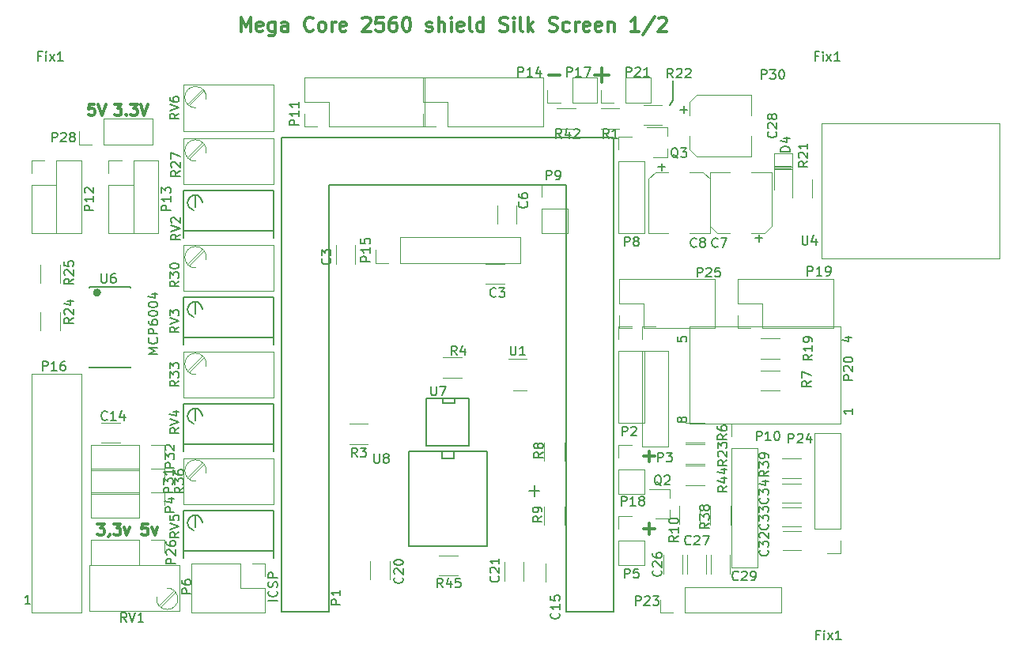
<source format=gbr>
G04 #@! TF.GenerationSoftware,KiCad,Pcbnew,(5.1.5)-3*
G04 #@! TF.CreationDate,2020-06-20T18:26:06+02:00*
G04 #@! TF.ProjectId,Mega_2560 core mini_full_2.2,4d656761-5f32-4353-9630-20636f726520,2.2*
G04 #@! TF.SameCoordinates,Original*
G04 #@! TF.FileFunction,Legend,Top*
G04 #@! TF.FilePolarity,Positive*
%FSLAX46Y46*%
G04 Gerber Fmt 4.6, Leading zero omitted, Abs format (unit mm)*
G04 Created by KiCad (PCBNEW (5.1.5)-3) date 2020-06-20 18:26:06*
%MOMM*%
%LPD*%
G04 APERTURE LIST*
%ADD10C,0.150000*%
%ADD11C,0.300000*%
%ADD12C,0.210000*%
%ADD13C,0.120000*%
%ADD14C,0.381000*%
%ADD15C,0.149860*%
%ADD16C,0.299720*%
G04 APERTURE END LIST*
D10*
X220949520Y-72674480D02*
X222727520Y-72674480D01*
X222727520Y-72928480D02*
X220949520Y-72928480D01*
X210027520Y-65562480D02*
X209646520Y-66070480D01*
X210027520Y-63403480D02*
X210027520Y-65562480D01*
D11*
X206916091Y-111389622D02*
X208058948Y-111389622D01*
X207487520Y-111961051D02*
X207487520Y-110818194D01*
X206916091Y-103642622D02*
X208058948Y-103642622D01*
X207487520Y-104214051D02*
X207487520Y-103071194D01*
D12*
X194597091Y-107325622D02*
X195739948Y-107325622D01*
X195168520Y-107897051D02*
X195168520Y-106754194D01*
D11*
X197898948Y-62788337D02*
X196756091Y-62788337D01*
X201645615Y-62784337D02*
X203169424Y-62784337D01*
X202407520Y-63546241D02*
X202407520Y-62022432D01*
D10*
X167680900Y-119108670D02*
X166680900Y-119108670D01*
X167585662Y-118061051D02*
X167633281Y-118108670D01*
X167680900Y-118251527D01*
X167680900Y-118346765D01*
X167633281Y-118489622D01*
X167538043Y-118584860D01*
X167442805Y-118632480D01*
X167252329Y-118680099D01*
X167109472Y-118680099D01*
X166918996Y-118632480D01*
X166823758Y-118584860D01*
X166728520Y-118489622D01*
X166680900Y-118346765D01*
X166680900Y-118251527D01*
X166728520Y-118108670D01*
X166776139Y-118061051D01*
X167633281Y-117680099D02*
X167680900Y-117537241D01*
X167680900Y-117299146D01*
X167633281Y-117203908D01*
X167585662Y-117156289D01*
X167490424Y-117108670D01*
X167395186Y-117108670D01*
X167299948Y-117156289D01*
X167252329Y-117203908D01*
X167204710Y-117299146D01*
X167157091Y-117489622D01*
X167109472Y-117584860D01*
X167061853Y-117632480D01*
X166966615Y-117680099D01*
X166871377Y-117680099D01*
X166776139Y-117632480D01*
X166728520Y-117584860D01*
X166680900Y-117489622D01*
X166680900Y-117251527D01*
X166728520Y-117108670D01*
X167680900Y-116680099D02*
X166680900Y-116680099D01*
X166680900Y-116299146D01*
X166728520Y-116203908D01*
X166776139Y-116156289D01*
X166871377Y-116108670D01*
X167014234Y-116108670D01*
X167109472Y-116156289D01*
X167157091Y-116203908D01*
X167204710Y-116299146D01*
X167204710Y-116680099D01*
D11*
X148407520Y-110879337D02*
X149150377Y-110879337D01*
X148750377Y-111336480D01*
X148921805Y-111336480D01*
X149036091Y-111393622D01*
X149093234Y-111450765D01*
X149150377Y-111565051D01*
X149150377Y-111850765D01*
X149093234Y-111965051D01*
X149036091Y-112022194D01*
X148921805Y-112079337D01*
X148578948Y-112079337D01*
X148464662Y-112022194D01*
X148407520Y-111965051D01*
X149721805Y-112022194D02*
X149721805Y-112079337D01*
X149664662Y-112193622D01*
X149607520Y-112250765D01*
X150121805Y-110879337D02*
X150864662Y-110879337D01*
X150464662Y-111336480D01*
X150636091Y-111336480D01*
X150750377Y-111393622D01*
X150807520Y-111450765D01*
X150864662Y-111565051D01*
X150864662Y-111850765D01*
X150807520Y-111965051D01*
X150750377Y-112022194D01*
X150636091Y-112079337D01*
X150293234Y-112079337D01*
X150178948Y-112022194D01*
X150121805Y-111965051D01*
X151264662Y-111279337D02*
X151550377Y-112079337D01*
X151836091Y-111279337D01*
X153778948Y-110879337D02*
X153207520Y-110879337D01*
X153150377Y-111450765D01*
X153207520Y-111393622D01*
X153321805Y-111336480D01*
X153607520Y-111336480D01*
X153721805Y-111393622D01*
X153778948Y-111450765D01*
X153836091Y-111565051D01*
X153836091Y-111850765D01*
X153778948Y-111965051D01*
X153721805Y-112022194D01*
X153607520Y-112079337D01*
X153321805Y-112079337D01*
X153207520Y-112022194D01*
X153150377Y-111965051D01*
X154236091Y-111279337D02*
X154521805Y-112079337D01*
X154807520Y-111279337D01*
X150217091Y-65921337D02*
X150959948Y-65921337D01*
X150559948Y-66378480D01*
X150731377Y-66378480D01*
X150845662Y-66435622D01*
X150902805Y-66492765D01*
X150959948Y-66607051D01*
X150959948Y-66892765D01*
X150902805Y-67007051D01*
X150845662Y-67064194D01*
X150731377Y-67121337D01*
X150388520Y-67121337D01*
X150274234Y-67064194D01*
X150217091Y-67007051D01*
X151474234Y-67007051D02*
X151531377Y-67064194D01*
X151474234Y-67121337D01*
X151417091Y-67064194D01*
X151474234Y-67007051D01*
X151474234Y-67121337D01*
X151931377Y-65921337D02*
X152674234Y-65921337D01*
X152274234Y-66378480D01*
X152445662Y-66378480D01*
X152559948Y-66435622D01*
X152617091Y-66492765D01*
X152674234Y-66607051D01*
X152674234Y-66892765D01*
X152617091Y-67007051D01*
X152559948Y-67064194D01*
X152445662Y-67121337D01*
X152102805Y-67121337D01*
X151988520Y-67064194D01*
X151931377Y-67007051D01*
X153017091Y-65921337D02*
X153417091Y-67121337D01*
X153817091Y-65921337D01*
X148076948Y-65921337D02*
X147505520Y-65921337D01*
X147448377Y-66492765D01*
X147505520Y-66435622D01*
X147619805Y-66378480D01*
X147905520Y-66378480D01*
X148019805Y-66435622D01*
X148076948Y-66492765D01*
X148134091Y-66607051D01*
X148134091Y-66892765D01*
X148076948Y-67007051D01*
X148019805Y-67064194D01*
X147905520Y-67121337D01*
X147619805Y-67121337D01*
X147505520Y-67064194D01*
X147448377Y-67007051D01*
X148476948Y-65921337D02*
X148876948Y-67121337D01*
X149276948Y-65921337D01*
X163782520Y-58113051D02*
X163782520Y-56613051D01*
X164282520Y-57684480D01*
X164782520Y-56613051D01*
X164782520Y-58113051D01*
X166068234Y-58041622D02*
X165925377Y-58113051D01*
X165639662Y-58113051D01*
X165496805Y-58041622D01*
X165425377Y-57898765D01*
X165425377Y-57327337D01*
X165496805Y-57184480D01*
X165639662Y-57113051D01*
X165925377Y-57113051D01*
X166068234Y-57184480D01*
X166139662Y-57327337D01*
X166139662Y-57470194D01*
X165425377Y-57613051D01*
X167425377Y-57113051D02*
X167425377Y-58327337D01*
X167353948Y-58470194D01*
X167282520Y-58541622D01*
X167139662Y-58613051D01*
X166925377Y-58613051D01*
X166782520Y-58541622D01*
X167425377Y-58041622D02*
X167282520Y-58113051D01*
X166996805Y-58113051D01*
X166853948Y-58041622D01*
X166782520Y-57970194D01*
X166711091Y-57827337D01*
X166711091Y-57398765D01*
X166782520Y-57255908D01*
X166853948Y-57184480D01*
X166996805Y-57113051D01*
X167282520Y-57113051D01*
X167425377Y-57184480D01*
X168782520Y-58113051D02*
X168782520Y-57327337D01*
X168711091Y-57184480D01*
X168568234Y-57113051D01*
X168282520Y-57113051D01*
X168139662Y-57184480D01*
X168782520Y-58041622D02*
X168639662Y-58113051D01*
X168282520Y-58113051D01*
X168139662Y-58041622D01*
X168068234Y-57898765D01*
X168068234Y-57755908D01*
X168139662Y-57613051D01*
X168282520Y-57541622D01*
X168639662Y-57541622D01*
X168782520Y-57470194D01*
X171496805Y-57970194D02*
X171425377Y-58041622D01*
X171211091Y-58113051D01*
X171068234Y-58113051D01*
X170853948Y-58041622D01*
X170711091Y-57898765D01*
X170639662Y-57755908D01*
X170568234Y-57470194D01*
X170568234Y-57255908D01*
X170639662Y-56970194D01*
X170711091Y-56827337D01*
X170853948Y-56684480D01*
X171068234Y-56613051D01*
X171211091Y-56613051D01*
X171425377Y-56684480D01*
X171496805Y-56755908D01*
X172353948Y-58113051D02*
X172211091Y-58041622D01*
X172139662Y-57970194D01*
X172068234Y-57827337D01*
X172068234Y-57398765D01*
X172139662Y-57255908D01*
X172211091Y-57184480D01*
X172353948Y-57113051D01*
X172568234Y-57113051D01*
X172711091Y-57184480D01*
X172782520Y-57255908D01*
X172853948Y-57398765D01*
X172853948Y-57827337D01*
X172782520Y-57970194D01*
X172711091Y-58041622D01*
X172568234Y-58113051D01*
X172353948Y-58113051D01*
X173496805Y-58113051D02*
X173496805Y-57113051D01*
X173496805Y-57398765D02*
X173568234Y-57255908D01*
X173639662Y-57184480D01*
X173782520Y-57113051D01*
X173925377Y-57113051D01*
X174996805Y-58041622D02*
X174853948Y-58113051D01*
X174568234Y-58113051D01*
X174425377Y-58041622D01*
X174353948Y-57898765D01*
X174353948Y-57327337D01*
X174425377Y-57184480D01*
X174568234Y-57113051D01*
X174853948Y-57113051D01*
X174996805Y-57184480D01*
X175068234Y-57327337D01*
X175068234Y-57470194D01*
X174353948Y-57613051D01*
X176782520Y-56755908D02*
X176853948Y-56684480D01*
X176996805Y-56613051D01*
X177353948Y-56613051D01*
X177496805Y-56684480D01*
X177568234Y-56755908D01*
X177639662Y-56898765D01*
X177639662Y-57041622D01*
X177568234Y-57255908D01*
X176711091Y-58113051D01*
X177639662Y-58113051D01*
X178996805Y-56613051D02*
X178282520Y-56613051D01*
X178211091Y-57327337D01*
X178282520Y-57255908D01*
X178425377Y-57184480D01*
X178782520Y-57184480D01*
X178925377Y-57255908D01*
X178996805Y-57327337D01*
X179068234Y-57470194D01*
X179068234Y-57827337D01*
X178996805Y-57970194D01*
X178925377Y-58041622D01*
X178782520Y-58113051D01*
X178425377Y-58113051D01*
X178282520Y-58041622D01*
X178211091Y-57970194D01*
X180353948Y-56613051D02*
X180068234Y-56613051D01*
X179925377Y-56684480D01*
X179853948Y-56755908D01*
X179711091Y-56970194D01*
X179639662Y-57255908D01*
X179639662Y-57827337D01*
X179711091Y-57970194D01*
X179782520Y-58041622D01*
X179925377Y-58113051D01*
X180211091Y-58113051D01*
X180353948Y-58041622D01*
X180425377Y-57970194D01*
X180496805Y-57827337D01*
X180496805Y-57470194D01*
X180425377Y-57327337D01*
X180353948Y-57255908D01*
X180211091Y-57184480D01*
X179925377Y-57184480D01*
X179782520Y-57255908D01*
X179711091Y-57327337D01*
X179639662Y-57470194D01*
X181425377Y-56613051D02*
X181568234Y-56613051D01*
X181711091Y-56684480D01*
X181782520Y-56755908D01*
X181853948Y-56898765D01*
X181925377Y-57184480D01*
X181925377Y-57541622D01*
X181853948Y-57827337D01*
X181782520Y-57970194D01*
X181711091Y-58041622D01*
X181568234Y-58113051D01*
X181425377Y-58113051D01*
X181282520Y-58041622D01*
X181211091Y-57970194D01*
X181139662Y-57827337D01*
X181068234Y-57541622D01*
X181068234Y-57184480D01*
X181139662Y-56898765D01*
X181211091Y-56755908D01*
X181282520Y-56684480D01*
X181425377Y-56613051D01*
X183639662Y-58041622D02*
X183782520Y-58113051D01*
X184068234Y-58113051D01*
X184211091Y-58041622D01*
X184282520Y-57898765D01*
X184282520Y-57827337D01*
X184211091Y-57684480D01*
X184068234Y-57613051D01*
X183853948Y-57613051D01*
X183711091Y-57541622D01*
X183639662Y-57398765D01*
X183639662Y-57327337D01*
X183711091Y-57184480D01*
X183853948Y-57113051D01*
X184068234Y-57113051D01*
X184211091Y-57184480D01*
X184925377Y-58113051D02*
X184925377Y-56613051D01*
X185568234Y-58113051D02*
X185568234Y-57327337D01*
X185496805Y-57184480D01*
X185353948Y-57113051D01*
X185139662Y-57113051D01*
X184996805Y-57184480D01*
X184925377Y-57255908D01*
X186282520Y-58113051D02*
X186282520Y-57113051D01*
X186282520Y-56613051D02*
X186211091Y-56684480D01*
X186282520Y-56755908D01*
X186353948Y-56684480D01*
X186282520Y-56613051D01*
X186282520Y-56755908D01*
X187568234Y-58041622D02*
X187425377Y-58113051D01*
X187139662Y-58113051D01*
X186996805Y-58041622D01*
X186925377Y-57898765D01*
X186925377Y-57327337D01*
X186996805Y-57184480D01*
X187139662Y-57113051D01*
X187425377Y-57113051D01*
X187568234Y-57184480D01*
X187639662Y-57327337D01*
X187639662Y-57470194D01*
X186925377Y-57613051D01*
X188496805Y-58113051D02*
X188353948Y-58041622D01*
X188282520Y-57898765D01*
X188282520Y-56613051D01*
X189711091Y-58113051D02*
X189711091Y-56613051D01*
X189711091Y-58041622D02*
X189568234Y-58113051D01*
X189282520Y-58113051D01*
X189139662Y-58041622D01*
X189068234Y-57970194D01*
X188996805Y-57827337D01*
X188996805Y-57398765D01*
X189068234Y-57255908D01*
X189139662Y-57184480D01*
X189282520Y-57113051D01*
X189568234Y-57113051D01*
X189711091Y-57184480D01*
X191496805Y-58041622D02*
X191711091Y-58113051D01*
X192068234Y-58113051D01*
X192211091Y-58041622D01*
X192282520Y-57970194D01*
X192353948Y-57827337D01*
X192353948Y-57684480D01*
X192282520Y-57541622D01*
X192211091Y-57470194D01*
X192068234Y-57398765D01*
X191782520Y-57327337D01*
X191639662Y-57255908D01*
X191568234Y-57184480D01*
X191496805Y-57041622D01*
X191496805Y-56898765D01*
X191568234Y-56755908D01*
X191639662Y-56684480D01*
X191782520Y-56613051D01*
X192139662Y-56613051D01*
X192353948Y-56684480D01*
X192996805Y-58113051D02*
X192996805Y-57113051D01*
X192996805Y-56613051D02*
X192925377Y-56684480D01*
X192996805Y-56755908D01*
X193068234Y-56684480D01*
X192996805Y-56613051D01*
X192996805Y-56755908D01*
X193925377Y-58113051D02*
X193782520Y-58041622D01*
X193711091Y-57898765D01*
X193711091Y-56613051D01*
X194496805Y-58113051D02*
X194496805Y-56613051D01*
X194639662Y-57541622D02*
X195068234Y-58113051D01*
X195068234Y-57113051D02*
X194496805Y-57684480D01*
X196782520Y-58041622D02*
X196996805Y-58113051D01*
X197353948Y-58113051D01*
X197496805Y-58041622D01*
X197568234Y-57970194D01*
X197639662Y-57827337D01*
X197639662Y-57684480D01*
X197568234Y-57541622D01*
X197496805Y-57470194D01*
X197353948Y-57398765D01*
X197068234Y-57327337D01*
X196925377Y-57255908D01*
X196853948Y-57184480D01*
X196782520Y-57041622D01*
X196782520Y-56898765D01*
X196853948Y-56755908D01*
X196925377Y-56684480D01*
X197068234Y-56613051D01*
X197425377Y-56613051D01*
X197639662Y-56684480D01*
X198925377Y-58041622D02*
X198782520Y-58113051D01*
X198496805Y-58113051D01*
X198353948Y-58041622D01*
X198282520Y-57970194D01*
X198211091Y-57827337D01*
X198211091Y-57398765D01*
X198282520Y-57255908D01*
X198353948Y-57184480D01*
X198496805Y-57113051D01*
X198782520Y-57113051D01*
X198925377Y-57184480D01*
X199568234Y-58113051D02*
X199568234Y-57113051D01*
X199568234Y-57398765D02*
X199639662Y-57255908D01*
X199711091Y-57184480D01*
X199853948Y-57113051D01*
X199996805Y-57113051D01*
X201068234Y-58041622D02*
X200925377Y-58113051D01*
X200639662Y-58113051D01*
X200496805Y-58041622D01*
X200425377Y-57898765D01*
X200425377Y-57327337D01*
X200496805Y-57184480D01*
X200639662Y-57113051D01*
X200925377Y-57113051D01*
X201068234Y-57184480D01*
X201139662Y-57327337D01*
X201139662Y-57470194D01*
X200425377Y-57613051D01*
X202353948Y-58041622D02*
X202211091Y-58113051D01*
X201925377Y-58113051D01*
X201782520Y-58041622D01*
X201711091Y-57898765D01*
X201711091Y-57327337D01*
X201782520Y-57184480D01*
X201925377Y-57113051D01*
X202211091Y-57113051D01*
X202353948Y-57184480D01*
X202425377Y-57327337D01*
X202425377Y-57470194D01*
X201711091Y-57613051D01*
X203068234Y-57113051D02*
X203068234Y-58113051D01*
X203068234Y-57255908D02*
X203139662Y-57184480D01*
X203282520Y-57113051D01*
X203496805Y-57113051D01*
X203639662Y-57184480D01*
X203711091Y-57327337D01*
X203711091Y-58113051D01*
X206353948Y-58113051D02*
X205496805Y-58113051D01*
X205925377Y-58113051D02*
X205925377Y-56613051D01*
X205782520Y-56827337D01*
X205639662Y-56970194D01*
X205496805Y-57041622D01*
X208068234Y-56541622D02*
X206782519Y-58470194D01*
X208496805Y-56755908D02*
X208568234Y-56684480D01*
X208711091Y-56613051D01*
X209068234Y-56613051D01*
X209211091Y-56684480D01*
X209282520Y-56755908D01*
X209353948Y-56898765D01*
X209353948Y-57041622D01*
X209282520Y-57255908D01*
X208425377Y-58113051D01*
X209353948Y-58113051D01*
D13*
X176000520Y-83048480D02*
X176000520Y-81048480D01*
X173950520Y-81048480D02*
X173950520Y-83048480D01*
X206732520Y-92359480D02*
X206732520Y-102639480D01*
X206732520Y-102639480D02*
X209512520Y-102639480D01*
X209512520Y-102639480D02*
X209512520Y-92359480D01*
X209512520Y-92359480D02*
X206732520Y-92359480D01*
X206732520Y-91089480D02*
X206732520Y-89699480D01*
X206732520Y-89699480D02*
X208122520Y-89699480D01*
X222838520Y-71186480D02*
X220838520Y-71186480D01*
X220838520Y-71186480D02*
X220838520Y-75086480D01*
X222838520Y-71186480D02*
X222838520Y-75086480D01*
X204192520Y-72039480D02*
X204192520Y-79779480D01*
X204192520Y-79779480D02*
X206972520Y-79779480D01*
X206972520Y-79779480D02*
X206972520Y-72039480D01*
X206972520Y-72039480D02*
X204192520Y-72039480D01*
X204192520Y-70769480D02*
X204192520Y-69379480D01*
X204192520Y-69379480D02*
X205582520Y-69379480D01*
X221727520Y-111164480D02*
X223727520Y-111164480D01*
X223727520Y-109114480D02*
X221727520Y-109114480D01*
X221727520Y-108624480D02*
X223727520Y-108624480D01*
X223727520Y-106574480D02*
X221727520Y-106574480D01*
X214082520Y-114219480D02*
X214082520Y-116219480D01*
X216132520Y-116219480D02*
X216132520Y-114219480D01*
X211542520Y-114219480D02*
X211542520Y-116219480D01*
X213592520Y-116219480D02*
X213592520Y-114219480D01*
X209002520Y-114219480D02*
X209002520Y-116219480D01*
X211052520Y-116219480D02*
X211052520Y-114219480D01*
X204192520Y-112679480D02*
X204192520Y-115339480D01*
X204192520Y-115339480D02*
X206972520Y-115339480D01*
X206972520Y-115339480D02*
X206972520Y-112679480D01*
X206972520Y-112679480D02*
X204192520Y-112679480D01*
X204192520Y-111409480D02*
X204192520Y-110019480D01*
X204192520Y-110019480D02*
X205582520Y-110019480D01*
X204192520Y-105059480D02*
X204192520Y-107719480D01*
X204192520Y-107719480D02*
X206972520Y-107719480D01*
X206972520Y-107719480D02*
X206972520Y-105059480D01*
X206972520Y-105059480D02*
X204192520Y-105059480D01*
X204192520Y-103789480D02*
X204192520Y-102399480D01*
X204192520Y-102399480D02*
X205582520Y-102399480D01*
X204192520Y-92359480D02*
X204192520Y-100099480D01*
X204192520Y-100099480D02*
X206972520Y-100099480D01*
X206972520Y-100099480D02*
X206972520Y-92359480D01*
X206972520Y-92359480D02*
X204192520Y-92359480D01*
X204192520Y-91089480D02*
X204192520Y-89699480D01*
X204192520Y-89699480D02*
X205582520Y-89699480D01*
X204947520Y-65809480D02*
X207607520Y-65809480D01*
X207607520Y-65809480D02*
X207607520Y-63029480D01*
X207607520Y-63029480D02*
X204947520Y-63029480D01*
X204947520Y-63029480D02*
X204947520Y-65809480D01*
X203677520Y-65809480D02*
X202287520Y-65809480D01*
X202287520Y-65809480D02*
X202287520Y-64419480D01*
X199232520Y-65809480D02*
X201892520Y-65809480D01*
X201892520Y-65809480D02*
X201892520Y-63029480D01*
X201892520Y-63029480D02*
X199232520Y-63029480D01*
X199232520Y-63029480D02*
X199232520Y-65809480D01*
X197962520Y-65809480D02*
X196572520Y-65809480D01*
X196572520Y-65809480D02*
X196572520Y-64419480D01*
X198479520Y-117108480D02*
X198479520Y-115108480D01*
X196429520Y-115108480D02*
X196429520Y-117108480D01*
X191984520Y-114981480D02*
X191984520Y-116981480D01*
X194034520Y-116981480D02*
X194034520Y-114981480D01*
X177633520Y-114854480D02*
X177633520Y-116854480D01*
X179683520Y-116854480D02*
X179683520Y-114854480D01*
X149067520Y-70254480D02*
X154267520Y-70254480D01*
X154267520Y-70254480D02*
X154267520Y-67474480D01*
X154267520Y-67474480D02*
X149067520Y-67474480D01*
X149067520Y-67474480D02*
X149067520Y-70254480D01*
X147797520Y-70254480D02*
X146407520Y-70254480D01*
X146407520Y-70254480D02*
X146407520Y-68864480D01*
X146647520Y-117759480D02*
X146647520Y-94779480D01*
X146647520Y-94779480D02*
X141327520Y-94779480D01*
X141327520Y-94779480D02*
X141327520Y-120419480D01*
X141327520Y-120419480D02*
X143987520Y-120419480D01*
X146647520Y-120419480D02*
X146647520Y-117759480D01*
X143987520Y-120419480D02*
X146647520Y-120419480D01*
X146647520Y-119029480D02*
X146647520Y-120419480D01*
X146647520Y-120419480D02*
X145257520Y-120419480D01*
X148829520Y-102147480D02*
X150829520Y-102147480D01*
X150829520Y-100097480D02*
X148829520Y-100097480D01*
X152877520Y-102399480D02*
X147677520Y-102399480D01*
X147677520Y-102399480D02*
X147677520Y-105179480D01*
X147677520Y-105179480D02*
X152877520Y-105179480D01*
X152877520Y-105179480D02*
X152877520Y-102399480D01*
X154147520Y-102399480D02*
X155537520Y-102399480D01*
X155537520Y-102399480D02*
X155537520Y-103789480D01*
X152877520Y-104939480D02*
X147677520Y-104939480D01*
X147677520Y-104939480D02*
X147677520Y-107719480D01*
X147677520Y-107719480D02*
X152877520Y-107719480D01*
X152877520Y-107719480D02*
X152877520Y-104939480D01*
X154147520Y-104939480D02*
X155537520Y-104939480D01*
X155537520Y-104939480D02*
X155537520Y-106329480D01*
X152877520Y-107479480D02*
X147677520Y-107479480D01*
X147677520Y-107479480D02*
X147677520Y-110259480D01*
X147677520Y-110259480D02*
X152877520Y-110259480D01*
X152877520Y-110259480D02*
X152877520Y-107479480D01*
X154147520Y-107479480D02*
X155537520Y-107479480D01*
X155537520Y-107479480D02*
X155537520Y-108869480D01*
X152877520Y-112559480D02*
X147677520Y-112559480D01*
X147677520Y-112559480D02*
X147677520Y-115339480D01*
X147677520Y-115339480D02*
X152877520Y-115339480D01*
X152877520Y-115339480D02*
X152877520Y-112559480D01*
X154147520Y-112559480D02*
X155537520Y-112559480D01*
X155537520Y-112559480D02*
X155537520Y-113949480D01*
X163672520Y-115099480D02*
X158472520Y-115099480D01*
X158472520Y-115099480D02*
X158472520Y-120419480D01*
X158472520Y-120419480D02*
X166332520Y-120419480D01*
X166332520Y-120419480D02*
X166332520Y-117759480D01*
X166332520Y-117759480D02*
X163672520Y-117759480D01*
X163672520Y-117759480D02*
X163672520Y-115099480D01*
X164942520Y-115099480D02*
X166332520Y-115099480D01*
X166332520Y-115099480D02*
X166332520Y-116489480D01*
D10*
X158846520Y-110012480D02*
X158846520Y-111282480D01*
X159633920Y-110761780D02*
X159595820Y-110507780D01*
X159595820Y-110507780D02*
X159418020Y-110228380D01*
X159418020Y-110228380D02*
X159100520Y-110012480D01*
X159100520Y-110012480D02*
X158656020Y-109999780D01*
X158656020Y-109999780D02*
X158300420Y-110202980D01*
X158300420Y-110202980D02*
X158122620Y-110495080D01*
X158122620Y-110495080D02*
X158071820Y-110812580D01*
X158071820Y-110812580D02*
X158173420Y-111218980D01*
X158173420Y-111218980D02*
X158516320Y-111472980D01*
X158516320Y-111472980D02*
X158694120Y-111561880D01*
X167228520Y-113822480D02*
X157576520Y-113822480D01*
X157576520Y-110774480D02*
X157576520Y-109504480D01*
X157576520Y-109504480D02*
X167228520Y-109504480D01*
X167228520Y-109504480D02*
X167228520Y-114584480D01*
X157576520Y-114584480D02*
X157576520Y-112044480D01*
X157576520Y-112044480D02*
X157576520Y-110774480D01*
D13*
X158947829Y-106333776D02*
G75*
G02X158907520Y-104024480I-40309J1154296D01*
G01*
X158887399Y-104025428D02*
G75*
G02X160036520Y-105419480I20121J-1154052D01*
G01*
X167227520Y-108799480D02*
X157577520Y-108799480D01*
X167227520Y-103848480D02*
X157577520Y-103848480D01*
X167227520Y-108799480D02*
X167227520Y-103848480D01*
X157577520Y-108799480D02*
X157577520Y-103848480D01*
X158031520Y-105913480D02*
X159642520Y-104303480D01*
X158171520Y-106054480D02*
X159783520Y-104444480D01*
D10*
X158846520Y-98582480D02*
X158846520Y-99852480D01*
X159633920Y-99331780D02*
X159595820Y-99077780D01*
X159595820Y-99077780D02*
X159418020Y-98798380D01*
X159418020Y-98798380D02*
X159100520Y-98582480D01*
X159100520Y-98582480D02*
X158656020Y-98569780D01*
X158656020Y-98569780D02*
X158300420Y-98772980D01*
X158300420Y-98772980D02*
X158122620Y-99065080D01*
X158122620Y-99065080D02*
X158071820Y-99382580D01*
X158071820Y-99382580D02*
X158173420Y-99788980D01*
X158173420Y-99788980D02*
X158516320Y-100042980D01*
X158516320Y-100042980D02*
X158694120Y-100131880D01*
X167228520Y-102392480D02*
X157576520Y-102392480D01*
X157576520Y-99344480D02*
X157576520Y-98074480D01*
X157576520Y-98074480D02*
X167228520Y-98074480D01*
X167228520Y-98074480D02*
X167228520Y-103154480D01*
X157576520Y-103154480D02*
X157576520Y-100614480D01*
X157576520Y-100614480D02*
X157576520Y-99344480D01*
D13*
X158947829Y-94903776D02*
G75*
G02X158907520Y-92594480I-40309J1154296D01*
G01*
X158887399Y-92595428D02*
G75*
G02X160036520Y-93989480I20121J-1154052D01*
G01*
X167227520Y-97369480D02*
X157577520Y-97369480D01*
X167227520Y-92418480D02*
X157577520Y-92418480D01*
X167227520Y-97369480D02*
X167227520Y-92418480D01*
X157577520Y-97369480D02*
X157577520Y-92418480D01*
X158031520Y-94483480D02*
X159642520Y-92873480D01*
X158171520Y-94624480D02*
X159783520Y-93014480D01*
D10*
X158846520Y-87152480D02*
X158846520Y-88422480D01*
X159633920Y-87901780D02*
X159595820Y-87647780D01*
X159595820Y-87647780D02*
X159418020Y-87368380D01*
X159418020Y-87368380D02*
X159100520Y-87152480D01*
X159100520Y-87152480D02*
X158656020Y-87139780D01*
X158656020Y-87139780D02*
X158300420Y-87342980D01*
X158300420Y-87342980D02*
X158122620Y-87635080D01*
X158122620Y-87635080D02*
X158071820Y-87952580D01*
X158071820Y-87952580D02*
X158173420Y-88358980D01*
X158173420Y-88358980D02*
X158516320Y-88612980D01*
X158516320Y-88612980D02*
X158694120Y-88701880D01*
X167228520Y-90962480D02*
X157576520Y-90962480D01*
X157576520Y-87914480D02*
X157576520Y-86644480D01*
X157576520Y-86644480D02*
X167228520Y-86644480D01*
X167228520Y-86644480D02*
X167228520Y-91724480D01*
X157576520Y-91724480D02*
X157576520Y-89184480D01*
X157576520Y-89184480D02*
X157576520Y-87914480D01*
D13*
X158947829Y-83473776D02*
G75*
G02X158907520Y-81164480I-40309J1154296D01*
G01*
X158887399Y-81165428D02*
G75*
G02X160036520Y-82559480I20121J-1154052D01*
G01*
X167227520Y-85939480D02*
X157577520Y-85939480D01*
X167227520Y-80988480D02*
X157577520Y-80988480D01*
X167227520Y-85939480D02*
X167227520Y-80988480D01*
X157577520Y-85939480D02*
X157577520Y-80988480D01*
X158031520Y-83053480D02*
X159642520Y-81443480D01*
X158171520Y-83194480D02*
X159783520Y-81584480D01*
X158947829Y-72043776D02*
G75*
G02X158907520Y-69734480I-40309J1154296D01*
G01*
X158887399Y-69735428D02*
G75*
G02X160036520Y-71129480I20121J-1154052D01*
G01*
X167227520Y-74509480D02*
X157577520Y-74509480D01*
X167227520Y-69558480D02*
X157577520Y-69558480D01*
X167227520Y-74509480D02*
X167227520Y-69558480D01*
X157577520Y-74509480D02*
X157577520Y-69558480D01*
X158031520Y-71623480D02*
X159642520Y-70013480D01*
X158171520Y-71764480D02*
X159783520Y-70154480D01*
D10*
X158846520Y-75722480D02*
X158846520Y-76992480D01*
X159633920Y-76471780D02*
X159595820Y-76217780D01*
X159595820Y-76217780D02*
X159418020Y-75938380D01*
X159418020Y-75938380D02*
X159100520Y-75722480D01*
X159100520Y-75722480D02*
X158656020Y-75709780D01*
X158656020Y-75709780D02*
X158300420Y-75912980D01*
X158300420Y-75912980D02*
X158122620Y-76205080D01*
X158122620Y-76205080D02*
X158071820Y-76522580D01*
X158071820Y-76522580D02*
X158173420Y-76928980D01*
X158173420Y-76928980D02*
X158516320Y-77182980D01*
X158516320Y-77182980D02*
X158694120Y-77271880D01*
X167228520Y-79532480D02*
X157576520Y-79532480D01*
X157576520Y-76484480D02*
X157576520Y-75214480D01*
X157576520Y-75214480D02*
X167228520Y-75214480D01*
X167228520Y-75214480D02*
X167228520Y-80294480D01*
X157576520Y-80294480D02*
X157576520Y-77754480D01*
X157576520Y-77754480D02*
X157576520Y-76484480D01*
D13*
X189977520Y-85129480D02*
X191977520Y-85129480D01*
X191977520Y-83079480D02*
X189977520Y-83079480D01*
X206852520Y-89879480D02*
X214532520Y-89879480D01*
X214532520Y-89879480D02*
X214532520Y-84679480D01*
X214532520Y-84679480D02*
X204252520Y-84679480D01*
X204252520Y-84679480D02*
X204252520Y-87279480D01*
X204252520Y-87279480D02*
X206852520Y-87279480D01*
X206852520Y-87279480D02*
X206852520Y-89879480D01*
X205582520Y-89879480D02*
X204252520Y-89879480D01*
X204252520Y-89879480D02*
X204252520Y-88549480D01*
X173197520Y-68289480D02*
X183417520Y-68289480D01*
X183417520Y-68289480D02*
X183417520Y-63089480D01*
X183417520Y-63089480D02*
X170597520Y-63089480D01*
X170597520Y-63089480D02*
X170597520Y-65689480D01*
X170597520Y-65689480D02*
X173197520Y-65689480D01*
X173197520Y-65689480D02*
X173197520Y-68289480D01*
X171927520Y-68289480D02*
X170597520Y-68289480D01*
X170597520Y-68289480D02*
X170597520Y-66959480D01*
X185897520Y-68289480D02*
X196117520Y-68289480D01*
X196117520Y-68289480D02*
X196117520Y-63089480D01*
X196117520Y-63089480D02*
X183297520Y-63089480D01*
X183297520Y-63089480D02*
X183297520Y-65689480D01*
X183297520Y-65689480D02*
X185897520Y-65689480D01*
X185897520Y-65689480D02*
X185897520Y-68289480D01*
X184627520Y-68289480D02*
X183297520Y-68289480D01*
X183297520Y-68289480D02*
X183297520Y-66959480D01*
X219552520Y-89879480D02*
X227232520Y-89879480D01*
X227232520Y-89879480D02*
X227232520Y-84679480D01*
X227232520Y-84679480D02*
X216952520Y-84679480D01*
X216952520Y-84679480D02*
X216952520Y-87279480D01*
X216952520Y-87279480D02*
X219552520Y-87279480D01*
X219552520Y-87279480D02*
X219552520Y-89879480D01*
X218282520Y-89879480D02*
X216952520Y-89879480D01*
X216952520Y-89879480D02*
X216952520Y-88549480D01*
X218407520Y-71529480D02*
X218407520Y-69349480D01*
X218407520Y-64929480D02*
X218407520Y-67109480D01*
X211807520Y-70769480D02*
X211807520Y-69349480D01*
X211807520Y-65689480D02*
X211807520Y-67109480D01*
X218407520Y-71529480D02*
X212567520Y-71529480D01*
X212567520Y-71529480D02*
X211807520Y-70769480D01*
X211807520Y-65689480D02*
X212567520Y-64929480D01*
X212567520Y-64929480D02*
X218407520Y-64929480D01*
X191227520Y-76754480D02*
X191227520Y-78754480D01*
X193267520Y-78754480D02*
X193267520Y-76754480D01*
X220566520Y-73184480D02*
X218386520Y-73184480D01*
X213966520Y-73184480D02*
X216146520Y-73184480D01*
X219806520Y-79784480D02*
X218386520Y-79784480D01*
X214726520Y-79784480D02*
X216146520Y-79784480D01*
X220566520Y-73184480D02*
X220566520Y-79024480D01*
X220566520Y-79024480D02*
X219806520Y-79784480D01*
X214726520Y-79784480D02*
X213966520Y-79024480D01*
X213966520Y-79024480D02*
X213966520Y-73184480D01*
X207362520Y-79784480D02*
X209542520Y-79784480D01*
X213962520Y-79784480D02*
X211782520Y-79784480D01*
X208122520Y-73184480D02*
X209542520Y-73184480D01*
X213202520Y-73184480D02*
X211782520Y-73184480D01*
X207362520Y-79784480D02*
X207362520Y-73944480D01*
X207362520Y-73944480D02*
X208122520Y-73184480D01*
X213202520Y-73184480D02*
X213962520Y-73944480D01*
X213962520Y-73944480D02*
X213962520Y-79784480D01*
X221767020Y-113699480D02*
X223767020Y-113699480D01*
X223767020Y-111659480D02*
X221767020Y-111659480D01*
X212875520Y-108938480D02*
X212875520Y-110938480D01*
X210735520Y-110938480D02*
X210735520Y-108938480D01*
X216177520Y-108959480D02*
X216177520Y-110959480D01*
X214037520Y-110959480D02*
X214037520Y-108959480D01*
X216257520Y-102773480D02*
X216257520Y-115593480D01*
X216257520Y-115593480D02*
X219037520Y-115593480D01*
X219037520Y-115593480D02*
X219037520Y-102773480D01*
X219037520Y-102773480D02*
X216257520Y-102773480D01*
X216257520Y-101503480D02*
X216257520Y-100113480D01*
X216257520Y-100113480D02*
X217647520Y-100113480D01*
X178157520Y-82954480D02*
X178157520Y-81564480D01*
X179547520Y-82954480D02*
X178157520Y-82954480D01*
X180817520Y-80174480D02*
X180817520Y-82954480D01*
X193637520Y-80174480D02*
X180817520Y-80174480D01*
X193637520Y-82954480D02*
X193637520Y-80174480D01*
X180817520Y-82954480D02*
X193637520Y-82954480D01*
X213387520Y-106764480D02*
X211387520Y-106764480D01*
X211387520Y-104624480D02*
X213387520Y-104624480D01*
X186971520Y-116416480D02*
X184971520Y-116416480D01*
X184971520Y-114276480D02*
X186971520Y-114276480D01*
D10*
X203677520Y-120299480D02*
X198597520Y-120299480D01*
X168117520Y-69499480D02*
X168117520Y-120299480D01*
X173197520Y-74579480D02*
X173197520Y-120299480D01*
X168117520Y-120299480D02*
X173197520Y-120299480D01*
X203677520Y-120299480D02*
X203677520Y-69499480D01*
X203677520Y-69499480D02*
X168117520Y-69499480D01*
X173197520Y-74579480D02*
X198597520Y-74579480D01*
X198597520Y-74579480D02*
X198597520Y-120299480D01*
D13*
X209644520Y-110322480D02*
X208184520Y-110322480D01*
X209644520Y-107162480D02*
X207484520Y-107162480D01*
X209644520Y-107162480D02*
X209644520Y-108092480D01*
X209644520Y-110322480D02*
X209644520Y-109392480D01*
X209390520Y-71587480D02*
X209390520Y-70657480D01*
X209390520Y-68427480D02*
X209390520Y-69357480D01*
X209390520Y-68427480D02*
X207230520Y-68427480D01*
X209390520Y-71587480D02*
X207930520Y-71587480D01*
X202296520Y-66397480D02*
X204296520Y-66397480D01*
X204296520Y-68537480D02*
X202296520Y-68537480D01*
X177372520Y-102319480D02*
X175372520Y-102319480D01*
X175372520Y-100179480D02*
X177372520Y-100179480D01*
X185405520Y-93067480D02*
X187405520Y-93067480D01*
X187405520Y-95207480D02*
X185405520Y-95207480D01*
X213366520Y-102192480D02*
X211366520Y-102192480D01*
X211366520Y-100052480D02*
X213366520Y-100052480D01*
X219441520Y-94464480D02*
X221441520Y-94464480D01*
X221441520Y-96604480D02*
X219441520Y-96604480D01*
X196257520Y-104154480D02*
X196257520Y-102154480D01*
X198397520Y-102154480D02*
X198397520Y-104154480D01*
X196257520Y-111012480D02*
X196257520Y-109012480D01*
X198397520Y-109012480D02*
X198397520Y-111012480D01*
X221441520Y-93175480D02*
X219441520Y-93175480D01*
X219441520Y-91035480D02*
X221441520Y-91035480D01*
X222800520Y-75960480D02*
X222800520Y-73960480D01*
X224940520Y-73960480D02*
X224940520Y-75960480D01*
X206868520Y-66016480D02*
X208868520Y-66016480D01*
X208868520Y-68156480D02*
X206868520Y-68156480D01*
X142282520Y-90184480D02*
X142282520Y-88184480D01*
X144422520Y-88184480D02*
X144422520Y-90184480D01*
X142282520Y-85104480D02*
X142282520Y-83104480D01*
X144422520Y-83104480D02*
X144422520Y-85104480D01*
X221727520Y-103862480D02*
X223727520Y-103862480D01*
X223727520Y-106002480D02*
X221727520Y-106002480D01*
X199597520Y-68537480D02*
X197597520Y-68537480D01*
X197597520Y-66397480D02*
X199597520Y-66397480D01*
X194344520Y-93239480D02*
X192444520Y-93239480D01*
X192944520Y-96559480D02*
X194344520Y-96559480D01*
X225902520Y-67975480D02*
X225902520Y-82453480D01*
X225902520Y-82453480D02*
X244952520Y-82453480D01*
X244952520Y-82453480D02*
X244952520Y-67975480D01*
X244952520Y-67975480D02*
X225902520Y-67975480D01*
D14*
X148578696Y-86118700D02*
G75*
G03X148578696Y-86118700I-224916J0D01*
G01*
X148467372Y-86118700D02*
G75*
G03X148467372Y-86118700I-113592J0D01*
G01*
D15*
X151902160Y-85471000D02*
X151902160Y-85585300D01*
X151902160Y-94053660D02*
X151902160Y-94167960D01*
X151902160Y-94167960D02*
X147502880Y-94167960D01*
X147502880Y-85471000D02*
X147502880Y-85585300D01*
X147502880Y-94053660D02*
X147502880Y-94167960D01*
X151902160Y-85471000D02*
X147502880Y-85471000D01*
D16*
X148356320Y-86118700D02*
X148356320Y-86118700D01*
D10*
X188183520Y-97439480D02*
X188183520Y-102519480D01*
X188183520Y-102519480D02*
X183611520Y-102519480D01*
X183611520Y-102519480D02*
X183611520Y-97439480D01*
X183611520Y-97439480D02*
X188183520Y-97439480D01*
X186659520Y-97439480D02*
X186659520Y-97947480D01*
X186659520Y-97947480D02*
X185389520Y-97947480D01*
X185389520Y-97947480D02*
X185389520Y-97439480D01*
X181706520Y-113314480D02*
X181706520Y-103154480D01*
X181706520Y-103154480D02*
X190088520Y-103154480D01*
X190088520Y-103154480D02*
X190088520Y-113314480D01*
X190088520Y-113314480D02*
X181706520Y-113314480D01*
X186532520Y-103154480D02*
X186532520Y-103916480D01*
X186532520Y-103916480D02*
X185262520Y-103916480D01*
X185262520Y-103916480D02*
X185262520Y-103154480D01*
D13*
X214586820Y-100119180D02*
X227934520Y-100121720D01*
X214589360Y-89712800D02*
X227929440Y-89712800D01*
X211812520Y-100112180D02*
X214599520Y-100119180D01*
X211805520Y-97071180D02*
X211812520Y-100112180D01*
X211812520Y-89712180D02*
X214592520Y-89712180D01*
X211812520Y-97452180D02*
X211812520Y-89712180D01*
X211812520Y-97452180D02*
X211812520Y-89712180D01*
X211812520Y-89712180D02*
X214592520Y-89712180D01*
X227927520Y-89712180D02*
X227934520Y-100119180D01*
X211805520Y-97071180D02*
X211812520Y-100112180D01*
X211812520Y-100112180D02*
X214599520Y-100119180D01*
X213366520Y-104478480D02*
X211366520Y-104478480D01*
X211366520Y-102338480D02*
X213366520Y-102338480D01*
X143987520Y-74579480D02*
X143987520Y-79786480D01*
X141327520Y-74579480D02*
X141327520Y-79779480D01*
X141327520Y-79779480D02*
X146647520Y-79779480D01*
X146647520Y-79779480D02*
X146647520Y-71919480D01*
X146647520Y-71919480D02*
X143987520Y-71919480D01*
X143987520Y-71919480D02*
X143987520Y-74579480D01*
X143987520Y-74579480D02*
X141327520Y-74579480D01*
X141327520Y-73309480D02*
X141327520Y-71919480D01*
X141327520Y-71919480D02*
X142717520Y-71919480D01*
X152242520Y-74579480D02*
X152242520Y-79786480D01*
X149582520Y-74579480D02*
X149582520Y-79779480D01*
X149582520Y-79779480D02*
X154902520Y-79779480D01*
X154902520Y-79779480D02*
X154902520Y-71919480D01*
X154902520Y-71919480D02*
X152242520Y-71919480D01*
X152242520Y-71919480D02*
X152242520Y-74579480D01*
X152242520Y-74579480D02*
X149582520Y-74579480D01*
X149582520Y-73309480D02*
X149582520Y-71919480D01*
X149582520Y-71919480D02*
X150972520Y-71919480D01*
X158947829Y-66328776D02*
G75*
G02X158907520Y-64019480I-40309J1154296D01*
G01*
X158887399Y-64020428D02*
G75*
G02X160036520Y-65414480I20121J-1154052D01*
G01*
X167227520Y-68794480D02*
X157577520Y-68794480D01*
X167227520Y-63843480D02*
X157577520Y-63843480D01*
X167227520Y-68794480D02*
X167227520Y-63843480D01*
X157577520Y-68794480D02*
X157577520Y-63843480D01*
X158031520Y-65908480D02*
X159642520Y-64298480D01*
X158171520Y-66049480D02*
X159783520Y-64439480D01*
X155824211Y-117755184D02*
G75*
G02X155864520Y-120064480I40309J-1154296D01*
G01*
X155884641Y-120063532D02*
G75*
G02X154735520Y-118669480I-20121J1154052D01*
G01*
X147544520Y-115289480D02*
X157194520Y-115289480D01*
X147544520Y-120240480D02*
X157194520Y-120240480D01*
X147544520Y-115289480D02*
X147544520Y-120240480D01*
X157194520Y-115289480D02*
X157194520Y-120240480D01*
X156740520Y-118175480D02*
X155129520Y-119785480D01*
X156600520Y-118034480D02*
X154988520Y-119644480D01*
X208637520Y-120419480D02*
X208637520Y-119029480D01*
X210027520Y-120419480D02*
X208637520Y-120419480D01*
X211297520Y-117639480D02*
X211297520Y-120419480D01*
X221577520Y-117639480D02*
X211297520Y-117639480D01*
X221577520Y-120419480D02*
X221577520Y-117639480D01*
X211297520Y-120419480D02*
X221577520Y-120419480D01*
X227927520Y-111409480D02*
X227927520Y-101129480D01*
X227927520Y-101129480D02*
X225147520Y-101129480D01*
X225147520Y-101129480D02*
X225147520Y-111409480D01*
X225147520Y-111409480D02*
X227927520Y-111409480D01*
X227927520Y-112679480D02*
X227927520Y-114069480D01*
X227927520Y-114069480D02*
X226537520Y-114069480D01*
X195937520Y-77119480D02*
X195937520Y-79779480D01*
X195937520Y-79779480D02*
X198717520Y-79779480D01*
X198717520Y-79779480D02*
X198717520Y-77119480D01*
X198717520Y-77119480D02*
X195937520Y-77119480D01*
X195937520Y-75849480D02*
X195937520Y-74459480D01*
X195937520Y-74459480D02*
X197327520Y-74459480D01*
D10*
X173300662Y-82469146D02*
X173348281Y-82516765D01*
X173395900Y-82659622D01*
X173395900Y-82754860D01*
X173348281Y-82897718D01*
X173253043Y-82992956D01*
X173157805Y-83040575D01*
X172967329Y-83088194D01*
X172824472Y-83088194D01*
X172633996Y-83040575D01*
X172538758Y-82992956D01*
X172443520Y-82897718D01*
X172395900Y-82754860D01*
X172395900Y-82659622D01*
X172443520Y-82516765D01*
X172491139Y-82469146D01*
X172395900Y-82135813D02*
X172395900Y-81516765D01*
X172776853Y-81850099D01*
X172776853Y-81707241D01*
X172824472Y-81612003D01*
X172872091Y-81564384D01*
X172967329Y-81516765D01*
X173205424Y-81516765D01*
X173300662Y-81564384D01*
X173348281Y-81612003D01*
X173395900Y-81707241D01*
X173395900Y-81992956D01*
X173348281Y-82088194D01*
X173300662Y-82135813D01*
X208400424Y-104241860D02*
X208400424Y-103241860D01*
X208781377Y-103241860D01*
X208876615Y-103289480D01*
X208924234Y-103337099D01*
X208971853Y-103432337D01*
X208971853Y-103575194D01*
X208924234Y-103670432D01*
X208876615Y-103718051D01*
X208781377Y-103765670D01*
X208400424Y-103765670D01*
X209305186Y-103241860D02*
X209924234Y-103241860D01*
X209590900Y-103622813D01*
X209733758Y-103622813D01*
X209828996Y-103670432D01*
X209876615Y-103718051D01*
X209924234Y-103813289D01*
X209924234Y-104051384D01*
X209876615Y-104146622D01*
X209828996Y-104194241D01*
X209733758Y-104241860D01*
X209448043Y-104241860D01*
X209352805Y-104194241D01*
X209305186Y-104146622D01*
X222544900Y-70999575D02*
X221544900Y-70999575D01*
X221544900Y-70761480D01*
X221592520Y-70618622D01*
X221687758Y-70523384D01*
X221782996Y-70475765D01*
X221973472Y-70428146D01*
X222116329Y-70428146D01*
X222306805Y-70475765D01*
X222402043Y-70523384D01*
X222497281Y-70618622D01*
X222544900Y-70761480D01*
X222544900Y-70999575D01*
X221878234Y-69571003D02*
X222544900Y-69571003D01*
X221497281Y-69809099D02*
X222211567Y-70047194D01*
X222211567Y-69428146D01*
X204844424Y-81127860D02*
X204844424Y-80127860D01*
X205225377Y-80127860D01*
X205320615Y-80175480D01*
X205368234Y-80223099D01*
X205415853Y-80318337D01*
X205415853Y-80461194D01*
X205368234Y-80556432D01*
X205320615Y-80604051D01*
X205225377Y-80651670D01*
X204844424Y-80651670D01*
X205987281Y-80556432D02*
X205892043Y-80508813D01*
X205844424Y-80461194D01*
X205796805Y-80365956D01*
X205796805Y-80318337D01*
X205844424Y-80223099D01*
X205892043Y-80175480D01*
X205987281Y-80127860D01*
X206177758Y-80127860D01*
X206272996Y-80175480D01*
X206320615Y-80223099D01*
X206368234Y-80318337D01*
X206368234Y-80365956D01*
X206320615Y-80461194D01*
X206272996Y-80508813D01*
X206177758Y-80556432D01*
X205987281Y-80556432D01*
X205892043Y-80604051D01*
X205844424Y-80651670D01*
X205796805Y-80746908D01*
X205796805Y-80937384D01*
X205844424Y-81032622D01*
X205892043Y-81080241D01*
X205987281Y-81127860D01*
X206177758Y-81127860D01*
X206272996Y-81080241D01*
X206320615Y-81032622D01*
X206368234Y-80937384D01*
X206368234Y-80746908D01*
X206320615Y-80651670D01*
X206272996Y-80604051D01*
X206177758Y-80556432D01*
X225688329Y-122768051D02*
X225354996Y-122768051D01*
X225354996Y-123291860D02*
X225354996Y-122291860D01*
X225831186Y-122291860D01*
X226212139Y-123291860D02*
X226212139Y-122625194D01*
X226212139Y-122291860D02*
X226164520Y-122339480D01*
X226212139Y-122387099D01*
X226259758Y-122339480D01*
X226212139Y-122291860D01*
X226212139Y-122387099D01*
X226593091Y-123291860D02*
X227116900Y-122625194D01*
X226593091Y-122625194D02*
X227116900Y-123291860D01*
X228021662Y-123291860D02*
X227450234Y-123291860D01*
X227735948Y-123291860D02*
X227735948Y-122291860D01*
X227640710Y-122434718D01*
X227545472Y-122529956D01*
X227450234Y-122577575D01*
X225561329Y-60783051D02*
X225227996Y-60783051D01*
X225227996Y-61306860D02*
X225227996Y-60306860D01*
X225704186Y-60306860D01*
X226085139Y-61306860D02*
X226085139Y-60640194D01*
X226085139Y-60306860D02*
X226037520Y-60354480D01*
X226085139Y-60402099D01*
X226132758Y-60354480D01*
X226085139Y-60306860D01*
X226085139Y-60402099D01*
X226466091Y-61306860D02*
X226989900Y-60640194D01*
X226466091Y-60640194D02*
X226989900Y-61306860D01*
X227894662Y-61306860D02*
X227323234Y-61306860D01*
X227608948Y-61306860D02*
X227608948Y-60306860D01*
X227513710Y-60449718D01*
X227418472Y-60544956D01*
X227323234Y-60592575D01*
X220163662Y-110909337D02*
X220211281Y-110956956D01*
X220258900Y-111099813D01*
X220258900Y-111195051D01*
X220211281Y-111337908D01*
X220116043Y-111433146D01*
X220020805Y-111480765D01*
X219830329Y-111528384D01*
X219687472Y-111528384D01*
X219496996Y-111480765D01*
X219401758Y-111433146D01*
X219306520Y-111337908D01*
X219258900Y-111195051D01*
X219258900Y-111099813D01*
X219306520Y-110956956D01*
X219354139Y-110909337D01*
X219258900Y-110576003D02*
X219258900Y-109956956D01*
X219639853Y-110290289D01*
X219639853Y-110147432D01*
X219687472Y-110052194D01*
X219735091Y-110004575D01*
X219830329Y-109956956D01*
X220068424Y-109956956D01*
X220163662Y-110004575D01*
X220211281Y-110052194D01*
X220258900Y-110147432D01*
X220258900Y-110433146D01*
X220211281Y-110528384D01*
X220163662Y-110576003D01*
X219258900Y-109623622D02*
X219258900Y-109004575D01*
X219639853Y-109337908D01*
X219639853Y-109195051D01*
X219687472Y-109099813D01*
X219735091Y-109052194D01*
X219830329Y-109004575D01*
X220068424Y-109004575D01*
X220163662Y-109052194D01*
X220211281Y-109099813D01*
X220258900Y-109195051D01*
X220258900Y-109480765D01*
X220211281Y-109576003D01*
X220163662Y-109623622D01*
X220163662Y-108115337D02*
X220211281Y-108162956D01*
X220258900Y-108305813D01*
X220258900Y-108401051D01*
X220211281Y-108543908D01*
X220116043Y-108639146D01*
X220020805Y-108686765D01*
X219830329Y-108734384D01*
X219687472Y-108734384D01*
X219496996Y-108686765D01*
X219401758Y-108639146D01*
X219306520Y-108543908D01*
X219258900Y-108401051D01*
X219258900Y-108305813D01*
X219306520Y-108162956D01*
X219354139Y-108115337D01*
X219258900Y-107782003D02*
X219258900Y-107162956D01*
X219639853Y-107496289D01*
X219639853Y-107353432D01*
X219687472Y-107258194D01*
X219735091Y-107210575D01*
X219830329Y-107162956D01*
X220068424Y-107162956D01*
X220163662Y-107210575D01*
X220211281Y-107258194D01*
X220258900Y-107353432D01*
X220258900Y-107639146D01*
X220211281Y-107734384D01*
X220163662Y-107782003D01*
X219592234Y-106305813D02*
X220258900Y-106305813D01*
X219211281Y-106543908D02*
X219925567Y-106782003D01*
X219925567Y-106162956D01*
X217004662Y-116846622D02*
X216957043Y-116894241D01*
X216814186Y-116941860D01*
X216718948Y-116941860D01*
X216576091Y-116894241D01*
X216480853Y-116799003D01*
X216433234Y-116703765D01*
X216385615Y-116513289D01*
X216385615Y-116370432D01*
X216433234Y-116179956D01*
X216480853Y-116084718D01*
X216576091Y-115989480D01*
X216718948Y-115941860D01*
X216814186Y-115941860D01*
X216957043Y-115989480D01*
X217004662Y-116037099D01*
X217385615Y-116037099D02*
X217433234Y-115989480D01*
X217528472Y-115941860D01*
X217766567Y-115941860D01*
X217861805Y-115989480D01*
X217909424Y-116037099D01*
X217957043Y-116132337D01*
X217957043Y-116227575D01*
X217909424Y-116370432D01*
X217337996Y-116941860D01*
X217957043Y-116941860D01*
X218433234Y-116941860D02*
X218623710Y-116941860D01*
X218718948Y-116894241D01*
X218766567Y-116846622D01*
X218861805Y-116703765D01*
X218909424Y-116513289D01*
X218909424Y-116132337D01*
X218861805Y-116037099D01*
X218814186Y-115989480D01*
X218718948Y-115941860D01*
X218528472Y-115941860D01*
X218433234Y-115989480D01*
X218385615Y-116037099D01*
X218337996Y-116132337D01*
X218337996Y-116370432D01*
X218385615Y-116465670D01*
X218433234Y-116513289D01*
X218528472Y-116560908D01*
X218718948Y-116560908D01*
X218814186Y-116513289D01*
X218861805Y-116465670D01*
X218909424Y-116370432D01*
X211924662Y-113036622D02*
X211877043Y-113084241D01*
X211734186Y-113131860D01*
X211638948Y-113131860D01*
X211496091Y-113084241D01*
X211400853Y-112989003D01*
X211353234Y-112893765D01*
X211305615Y-112703289D01*
X211305615Y-112560432D01*
X211353234Y-112369956D01*
X211400853Y-112274718D01*
X211496091Y-112179480D01*
X211638948Y-112131860D01*
X211734186Y-112131860D01*
X211877043Y-112179480D01*
X211924662Y-112227099D01*
X212305615Y-112227099D02*
X212353234Y-112179480D01*
X212448472Y-112131860D01*
X212686567Y-112131860D01*
X212781805Y-112179480D01*
X212829424Y-112227099D01*
X212877043Y-112322337D01*
X212877043Y-112417575D01*
X212829424Y-112560432D01*
X212257996Y-113131860D01*
X212877043Y-113131860D01*
X213210377Y-112131860D02*
X213877043Y-112131860D01*
X213448472Y-113131860D01*
X208733662Y-115862337D02*
X208781281Y-115909956D01*
X208828900Y-116052813D01*
X208828900Y-116148051D01*
X208781281Y-116290908D01*
X208686043Y-116386146D01*
X208590805Y-116433765D01*
X208400329Y-116481384D01*
X208257472Y-116481384D01*
X208066996Y-116433765D01*
X207971758Y-116386146D01*
X207876520Y-116290908D01*
X207828900Y-116148051D01*
X207828900Y-116052813D01*
X207876520Y-115909956D01*
X207924139Y-115862337D01*
X207924139Y-115481384D02*
X207876520Y-115433765D01*
X207828900Y-115338527D01*
X207828900Y-115100432D01*
X207876520Y-115005194D01*
X207924139Y-114957575D01*
X208019377Y-114909956D01*
X208114615Y-114909956D01*
X208257472Y-114957575D01*
X208828900Y-115529003D01*
X208828900Y-114909956D01*
X207828900Y-114052813D02*
X207828900Y-114243289D01*
X207876520Y-114338527D01*
X207924139Y-114386146D01*
X208066996Y-114481384D01*
X208257472Y-114529003D01*
X208638424Y-114529003D01*
X208733662Y-114481384D01*
X208781281Y-114433765D01*
X208828900Y-114338527D01*
X208828900Y-114148051D01*
X208781281Y-114052813D01*
X208733662Y-114005194D01*
X208638424Y-113957575D01*
X208400329Y-113957575D01*
X208305091Y-114005194D01*
X208257472Y-114052813D01*
X208209853Y-114148051D01*
X208209853Y-114338527D01*
X208257472Y-114433765D01*
X208305091Y-114481384D01*
X208400329Y-114529003D01*
X204844424Y-116687860D02*
X204844424Y-115687860D01*
X205225377Y-115687860D01*
X205320615Y-115735480D01*
X205368234Y-115783099D01*
X205415853Y-115878337D01*
X205415853Y-116021194D01*
X205368234Y-116116432D01*
X205320615Y-116164051D01*
X205225377Y-116211670D01*
X204844424Y-116211670D01*
X206320615Y-115687860D02*
X205844424Y-115687860D01*
X205796805Y-116164051D01*
X205844424Y-116116432D01*
X205939662Y-116068813D01*
X206177758Y-116068813D01*
X206272996Y-116116432D01*
X206320615Y-116164051D01*
X206368234Y-116259289D01*
X206368234Y-116497384D01*
X206320615Y-116592622D01*
X206272996Y-116640241D01*
X206177758Y-116687860D01*
X205939662Y-116687860D01*
X205844424Y-116640241D01*
X205796805Y-116592622D01*
X204495234Y-108940860D02*
X204495234Y-107940860D01*
X204876186Y-107940860D01*
X204971424Y-107988480D01*
X205019043Y-108036099D01*
X205066662Y-108131337D01*
X205066662Y-108274194D01*
X205019043Y-108369432D01*
X204971424Y-108417051D01*
X204876186Y-108464670D01*
X204495234Y-108464670D01*
X206019043Y-108940860D02*
X205447615Y-108940860D01*
X205733329Y-108940860D02*
X205733329Y-107940860D01*
X205638091Y-108083718D01*
X205542853Y-108178956D01*
X205447615Y-108226575D01*
X206590472Y-108369432D02*
X206495234Y-108321813D01*
X206447615Y-108274194D01*
X206399996Y-108178956D01*
X206399996Y-108131337D01*
X206447615Y-108036099D01*
X206495234Y-107988480D01*
X206590472Y-107940860D01*
X206780948Y-107940860D01*
X206876186Y-107988480D01*
X206923805Y-108036099D01*
X206971424Y-108131337D01*
X206971424Y-108178956D01*
X206923805Y-108274194D01*
X206876186Y-108321813D01*
X206780948Y-108369432D01*
X206590472Y-108369432D01*
X206495234Y-108417051D01*
X206447615Y-108464670D01*
X206399996Y-108559908D01*
X206399996Y-108750384D01*
X206447615Y-108845622D01*
X206495234Y-108893241D01*
X206590472Y-108940860D01*
X206780948Y-108940860D01*
X206876186Y-108893241D01*
X206923805Y-108845622D01*
X206971424Y-108750384D01*
X206971424Y-108559908D01*
X206923805Y-108464670D01*
X206876186Y-108417051D01*
X206780948Y-108369432D01*
X204590424Y-101447860D02*
X204590424Y-100447860D01*
X204971377Y-100447860D01*
X205066615Y-100495480D01*
X205114234Y-100543099D01*
X205161853Y-100638337D01*
X205161853Y-100781194D01*
X205114234Y-100876432D01*
X205066615Y-100924051D01*
X204971377Y-100971670D01*
X204590424Y-100971670D01*
X205542805Y-100543099D02*
X205590424Y-100495480D01*
X205685662Y-100447860D01*
X205923758Y-100447860D01*
X206018996Y-100495480D01*
X206066615Y-100543099D01*
X206114234Y-100638337D01*
X206114234Y-100733575D01*
X206066615Y-100876432D01*
X205495186Y-101447860D01*
X206114234Y-101447860D01*
X205003234Y-62966860D02*
X205003234Y-61966860D01*
X205384186Y-61966860D01*
X205479424Y-62014480D01*
X205527043Y-62062099D01*
X205574662Y-62157337D01*
X205574662Y-62300194D01*
X205527043Y-62395432D01*
X205479424Y-62443051D01*
X205384186Y-62490670D01*
X205003234Y-62490670D01*
X205955615Y-62062099D02*
X206003234Y-62014480D01*
X206098472Y-61966860D01*
X206336567Y-61966860D01*
X206431805Y-62014480D01*
X206479424Y-62062099D01*
X206527043Y-62157337D01*
X206527043Y-62252575D01*
X206479424Y-62395432D01*
X205907996Y-62966860D01*
X206527043Y-62966860D01*
X207479424Y-62966860D02*
X206907996Y-62966860D01*
X207193710Y-62966860D02*
X207193710Y-61966860D01*
X207098472Y-62109718D01*
X207003234Y-62204956D01*
X206907996Y-62252575D01*
X198653234Y-62966860D02*
X198653234Y-61966860D01*
X199034186Y-61966860D01*
X199129424Y-62014480D01*
X199177043Y-62062099D01*
X199224662Y-62157337D01*
X199224662Y-62300194D01*
X199177043Y-62395432D01*
X199129424Y-62443051D01*
X199034186Y-62490670D01*
X198653234Y-62490670D01*
X200177043Y-62966860D02*
X199605615Y-62966860D01*
X199891329Y-62966860D02*
X199891329Y-61966860D01*
X199796091Y-62109718D01*
X199700853Y-62204956D01*
X199605615Y-62252575D01*
X200510377Y-61966860D02*
X201177043Y-61966860D01*
X200748472Y-62966860D01*
X197811662Y-120434337D02*
X197859281Y-120481956D01*
X197906900Y-120624813D01*
X197906900Y-120720051D01*
X197859281Y-120862908D01*
X197764043Y-120958146D01*
X197668805Y-121005765D01*
X197478329Y-121053384D01*
X197335472Y-121053384D01*
X197144996Y-121005765D01*
X197049758Y-120958146D01*
X196954520Y-120862908D01*
X196906900Y-120720051D01*
X196906900Y-120624813D01*
X196954520Y-120481956D01*
X197002139Y-120434337D01*
X197906900Y-119481956D02*
X197906900Y-120053384D01*
X197906900Y-119767670D02*
X196906900Y-119767670D01*
X197049758Y-119862908D01*
X197144996Y-119958146D01*
X197192615Y-120053384D01*
X196906900Y-118577194D02*
X196906900Y-119053384D01*
X197383091Y-119101003D01*
X197335472Y-119053384D01*
X197287853Y-118958146D01*
X197287853Y-118720051D01*
X197335472Y-118624813D01*
X197383091Y-118577194D01*
X197478329Y-118529575D01*
X197716424Y-118529575D01*
X197811662Y-118577194D01*
X197859281Y-118624813D01*
X197906900Y-118720051D01*
X197906900Y-118958146D01*
X197859281Y-119053384D01*
X197811662Y-119101003D01*
X191334662Y-116497337D02*
X191382281Y-116544956D01*
X191429900Y-116687813D01*
X191429900Y-116783051D01*
X191382281Y-116925908D01*
X191287043Y-117021146D01*
X191191805Y-117068765D01*
X191001329Y-117116384D01*
X190858472Y-117116384D01*
X190667996Y-117068765D01*
X190572758Y-117021146D01*
X190477520Y-116925908D01*
X190429900Y-116783051D01*
X190429900Y-116687813D01*
X190477520Y-116544956D01*
X190525139Y-116497337D01*
X190525139Y-116116384D02*
X190477520Y-116068765D01*
X190429900Y-115973527D01*
X190429900Y-115735432D01*
X190477520Y-115640194D01*
X190525139Y-115592575D01*
X190620377Y-115544956D01*
X190715615Y-115544956D01*
X190858472Y-115592575D01*
X191429900Y-116164003D01*
X191429900Y-115544956D01*
X191429900Y-114592575D02*
X191429900Y-115164003D01*
X191429900Y-114878289D02*
X190429900Y-114878289D01*
X190572758Y-114973527D01*
X190667996Y-115068765D01*
X190715615Y-115164003D01*
X181047662Y-116624337D02*
X181095281Y-116671956D01*
X181142900Y-116814813D01*
X181142900Y-116910051D01*
X181095281Y-117052908D01*
X181000043Y-117148146D01*
X180904805Y-117195765D01*
X180714329Y-117243384D01*
X180571472Y-117243384D01*
X180380996Y-117195765D01*
X180285758Y-117148146D01*
X180190520Y-117052908D01*
X180142900Y-116910051D01*
X180142900Y-116814813D01*
X180190520Y-116671956D01*
X180238139Y-116624337D01*
X180238139Y-116243384D02*
X180190520Y-116195765D01*
X180142900Y-116100527D01*
X180142900Y-115862432D01*
X180190520Y-115767194D01*
X180238139Y-115719575D01*
X180333377Y-115671956D01*
X180428615Y-115671956D01*
X180571472Y-115719575D01*
X181142900Y-116291003D01*
X181142900Y-115671956D01*
X180142900Y-115052908D02*
X180142900Y-114957670D01*
X180190520Y-114862432D01*
X180238139Y-114814813D01*
X180333377Y-114767194D01*
X180523853Y-114719575D01*
X180761948Y-114719575D01*
X180952424Y-114767194D01*
X181047662Y-114814813D01*
X181095281Y-114862432D01*
X181142900Y-114957670D01*
X181142900Y-115052908D01*
X181095281Y-115148146D01*
X181047662Y-115195765D01*
X180952424Y-115243384D01*
X180761948Y-115291003D01*
X180523853Y-115291003D01*
X180333377Y-115243384D01*
X180238139Y-115195765D01*
X180190520Y-115148146D01*
X180142900Y-115052908D01*
X143535234Y-69951860D02*
X143535234Y-68951860D01*
X143916186Y-68951860D01*
X144011424Y-68999480D01*
X144059043Y-69047099D01*
X144106662Y-69142337D01*
X144106662Y-69285194D01*
X144059043Y-69380432D01*
X144011424Y-69428051D01*
X143916186Y-69475670D01*
X143535234Y-69475670D01*
X144487615Y-69047099D02*
X144535234Y-68999480D01*
X144630472Y-68951860D01*
X144868567Y-68951860D01*
X144963805Y-68999480D01*
X145011424Y-69047099D01*
X145059043Y-69142337D01*
X145059043Y-69237575D01*
X145011424Y-69380432D01*
X144439996Y-69951860D01*
X145059043Y-69951860D01*
X145630472Y-69380432D02*
X145535234Y-69332813D01*
X145487615Y-69285194D01*
X145439996Y-69189956D01*
X145439996Y-69142337D01*
X145487615Y-69047099D01*
X145535234Y-68999480D01*
X145630472Y-68951860D01*
X145820948Y-68951860D01*
X145916186Y-68999480D01*
X145963805Y-69047099D01*
X146011424Y-69142337D01*
X146011424Y-69189956D01*
X145963805Y-69285194D01*
X145916186Y-69332813D01*
X145820948Y-69380432D01*
X145630472Y-69380432D01*
X145535234Y-69428051D01*
X145487615Y-69475670D01*
X145439996Y-69570908D01*
X145439996Y-69761384D01*
X145487615Y-69856622D01*
X145535234Y-69904241D01*
X145630472Y-69951860D01*
X145820948Y-69951860D01*
X145916186Y-69904241D01*
X145963805Y-69856622D01*
X146011424Y-69761384D01*
X146011424Y-69570908D01*
X145963805Y-69475670D01*
X145916186Y-69428051D01*
X145820948Y-69380432D01*
X142519234Y-94462860D02*
X142519234Y-93462860D01*
X142900186Y-93462860D01*
X142995424Y-93510480D01*
X143043043Y-93558099D01*
X143090662Y-93653337D01*
X143090662Y-93796194D01*
X143043043Y-93891432D01*
X142995424Y-93939051D01*
X142900186Y-93986670D01*
X142519234Y-93986670D01*
X144043043Y-94462860D02*
X143471615Y-94462860D01*
X143757329Y-94462860D02*
X143757329Y-93462860D01*
X143662091Y-93605718D01*
X143566853Y-93700956D01*
X143471615Y-93748575D01*
X144900186Y-93462860D02*
X144709710Y-93462860D01*
X144614472Y-93510480D01*
X144566853Y-93558099D01*
X144471615Y-93700956D01*
X144423996Y-93891432D01*
X144423996Y-94272384D01*
X144471615Y-94367622D01*
X144519234Y-94415241D01*
X144614472Y-94462860D01*
X144804948Y-94462860D01*
X144900186Y-94415241D01*
X144947805Y-94367622D01*
X144995424Y-94272384D01*
X144995424Y-94034289D01*
X144947805Y-93939051D01*
X144900186Y-93891432D01*
X144804948Y-93843813D01*
X144614472Y-93843813D01*
X144519234Y-93891432D01*
X144471615Y-93939051D01*
X144423996Y-94034289D01*
X141225234Y-119481860D02*
X140653805Y-119481860D01*
X140939520Y-119481860D02*
X140939520Y-118481860D01*
X140844281Y-118624718D01*
X140749043Y-118719956D01*
X140653805Y-118767575D01*
X149440662Y-99701622D02*
X149393043Y-99749241D01*
X149250186Y-99796860D01*
X149154948Y-99796860D01*
X149012091Y-99749241D01*
X148916853Y-99654003D01*
X148869234Y-99558765D01*
X148821615Y-99368289D01*
X148821615Y-99225432D01*
X148869234Y-99034956D01*
X148916853Y-98939718D01*
X149012091Y-98844480D01*
X149154948Y-98796860D01*
X149250186Y-98796860D01*
X149393043Y-98844480D01*
X149440662Y-98892099D01*
X150393043Y-99796860D02*
X149821615Y-99796860D01*
X150107329Y-99796860D02*
X150107329Y-98796860D01*
X150012091Y-98939718D01*
X149916853Y-99034956D01*
X149821615Y-99082575D01*
X151250186Y-99130194D02*
X151250186Y-99796860D01*
X151012091Y-98749241D02*
X150773996Y-99463527D01*
X151393043Y-99463527D01*
X156631900Y-104876765D02*
X155631900Y-104876765D01*
X155631900Y-104495813D01*
X155679520Y-104400575D01*
X155727139Y-104352956D01*
X155822377Y-104305337D01*
X155965234Y-104305337D01*
X156060472Y-104352956D01*
X156108091Y-104400575D01*
X156155710Y-104495813D01*
X156155710Y-104876765D01*
X155631900Y-103972003D02*
X155631900Y-103352956D01*
X156012853Y-103686289D01*
X156012853Y-103543432D01*
X156060472Y-103448194D01*
X156108091Y-103400575D01*
X156203329Y-103352956D01*
X156441424Y-103352956D01*
X156536662Y-103400575D01*
X156584281Y-103448194D01*
X156631900Y-103543432D01*
X156631900Y-103829146D01*
X156584281Y-103924384D01*
X156536662Y-103972003D01*
X155727139Y-102972003D02*
X155679520Y-102924384D01*
X155631900Y-102829146D01*
X155631900Y-102591051D01*
X155679520Y-102495813D01*
X155727139Y-102448194D01*
X155822377Y-102400575D01*
X155917615Y-102400575D01*
X156060472Y-102448194D01*
X156631900Y-103019622D01*
X156631900Y-102400575D01*
X156504900Y-107543765D02*
X155504900Y-107543765D01*
X155504900Y-107162813D01*
X155552520Y-107067575D01*
X155600139Y-107019956D01*
X155695377Y-106972337D01*
X155838234Y-106972337D01*
X155933472Y-107019956D01*
X155981091Y-107067575D01*
X156028710Y-107162813D01*
X156028710Y-107543765D01*
X155504900Y-106639003D02*
X155504900Y-106019956D01*
X155885853Y-106353289D01*
X155885853Y-106210432D01*
X155933472Y-106115194D01*
X155981091Y-106067575D01*
X156076329Y-106019956D01*
X156314424Y-106019956D01*
X156409662Y-106067575D01*
X156457281Y-106115194D01*
X156504900Y-106210432D01*
X156504900Y-106496146D01*
X156457281Y-106591384D01*
X156409662Y-106639003D01*
X156504900Y-105067575D02*
X156504900Y-105639003D01*
X156504900Y-105353289D02*
X155504900Y-105353289D01*
X155647758Y-105448527D01*
X155742996Y-105543765D01*
X155790615Y-105639003D01*
X156631900Y-109607575D02*
X155631900Y-109607575D01*
X155631900Y-109226622D01*
X155679520Y-109131384D01*
X155727139Y-109083765D01*
X155822377Y-109036146D01*
X155965234Y-109036146D01*
X156060472Y-109083765D01*
X156108091Y-109131384D01*
X156155710Y-109226622D01*
X156155710Y-109607575D01*
X155965234Y-108179003D02*
X156631900Y-108179003D01*
X155584281Y-108417099D02*
X156298567Y-108655194D01*
X156298567Y-108036146D01*
X156758900Y-115163765D02*
X155758900Y-115163765D01*
X155758900Y-114782813D01*
X155806520Y-114687575D01*
X155854139Y-114639956D01*
X155949377Y-114592337D01*
X156092234Y-114592337D01*
X156187472Y-114639956D01*
X156235091Y-114687575D01*
X156282710Y-114782813D01*
X156282710Y-115163765D01*
X155854139Y-114211384D02*
X155806520Y-114163765D01*
X155758900Y-114068527D01*
X155758900Y-113830432D01*
X155806520Y-113735194D01*
X155854139Y-113687575D01*
X155949377Y-113639956D01*
X156044615Y-113639956D01*
X156187472Y-113687575D01*
X156758900Y-114259003D01*
X156758900Y-113639956D01*
X155758900Y-112782813D02*
X155758900Y-112973289D01*
X155806520Y-113068527D01*
X155854139Y-113116146D01*
X155996996Y-113211384D01*
X156187472Y-113259003D01*
X156568424Y-113259003D01*
X156663662Y-113211384D01*
X156711281Y-113163765D01*
X156758900Y-113068527D01*
X156758900Y-112878051D01*
X156711281Y-112782813D01*
X156663662Y-112735194D01*
X156568424Y-112687575D01*
X156330329Y-112687575D01*
X156235091Y-112735194D01*
X156187472Y-112782813D01*
X156139853Y-112878051D01*
X156139853Y-113068527D01*
X156187472Y-113163765D01*
X156235091Y-113211384D01*
X156330329Y-113259003D01*
X158409900Y-118370575D02*
X157409900Y-118370575D01*
X157409900Y-117989622D01*
X157457520Y-117894384D01*
X157505139Y-117846765D01*
X157600377Y-117799146D01*
X157743234Y-117799146D01*
X157838472Y-117846765D01*
X157886091Y-117894384D01*
X157933710Y-117989622D01*
X157933710Y-118370575D01*
X157409900Y-116942003D02*
X157409900Y-117132480D01*
X157457520Y-117227718D01*
X157505139Y-117275337D01*
X157647996Y-117370575D01*
X157838472Y-117418194D01*
X158219424Y-117418194D01*
X158314662Y-117370575D01*
X158362281Y-117322956D01*
X158409900Y-117227718D01*
X158409900Y-117037241D01*
X158362281Y-116942003D01*
X158314662Y-116894384D01*
X158219424Y-116846765D01*
X157981329Y-116846765D01*
X157886091Y-116894384D01*
X157838472Y-116942003D01*
X157790853Y-117037241D01*
X157790853Y-117227718D01*
X157838472Y-117322956D01*
X157886091Y-117370575D01*
X157981329Y-117418194D01*
X157139900Y-111750718D02*
X156663710Y-112084051D01*
X157139900Y-112322146D02*
X156139900Y-112322146D01*
X156139900Y-111941194D01*
X156187520Y-111845956D01*
X156235139Y-111798337D01*
X156330377Y-111750718D01*
X156473234Y-111750718D01*
X156568472Y-111798337D01*
X156616091Y-111845956D01*
X156663710Y-111941194D01*
X156663710Y-112322146D01*
X156139900Y-111465003D02*
X157139900Y-111131670D01*
X156139900Y-110798337D01*
X156139900Y-109988813D02*
X156139900Y-110465003D01*
X156616091Y-110512622D01*
X156568472Y-110465003D01*
X156520853Y-110369765D01*
X156520853Y-110131670D01*
X156568472Y-110036432D01*
X156616091Y-109988813D01*
X156711329Y-109941194D01*
X156949424Y-109941194D01*
X157044662Y-109988813D01*
X157092281Y-110036432D01*
X157139900Y-110131670D01*
X157139900Y-110369765D01*
X157092281Y-110465003D01*
X157044662Y-110512622D01*
X157647900Y-106972337D02*
X157171710Y-107305670D01*
X157647900Y-107543765D02*
X156647900Y-107543765D01*
X156647900Y-107162813D01*
X156695520Y-107067575D01*
X156743139Y-107019956D01*
X156838377Y-106972337D01*
X156981234Y-106972337D01*
X157076472Y-107019956D01*
X157124091Y-107067575D01*
X157171710Y-107162813D01*
X157171710Y-107543765D01*
X156647900Y-106639003D02*
X156647900Y-106019956D01*
X157028853Y-106353289D01*
X157028853Y-106210432D01*
X157076472Y-106115194D01*
X157124091Y-106067575D01*
X157219329Y-106019956D01*
X157457424Y-106019956D01*
X157552662Y-106067575D01*
X157600281Y-106115194D01*
X157647900Y-106210432D01*
X157647900Y-106496146D01*
X157600281Y-106591384D01*
X157552662Y-106639003D01*
X156647900Y-105162813D02*
X156647900Y-105353289D01*
X156695520Y-105448527D01*
X156743139Y-105496146D01*
X156885996Y-105591384D01*
X157076472Y-105639003D01*
X157457424Y-105639003D01*
X157552662Y-105591384D01*
X157600281Y-105543765D01*
X157647900Y-105448527D01*
X157647900Y-105258051D01*
X157600281Y-105162813D01*
X157552662Y-105115194D01*
X157457424Y-105067575D01*
X157219329Y-105067575D01*
X157124091Y-105115194D01*
X157076472Y-105162813D01*
X157028853Y-105258051D01*
X157028853Y-105448527D01*
X157076472Y-105543765D01*
X157124091Y-105591384D01*
X157219329Y-105639003D01*
X157139900Y-100574718D02*
X156663710Y-100908051D01*
X157139900Y-101146146D02*
X156139900Y-101146146D01*
X156139900Y-100765194D01*
X156187520Y-100669956D01*
X156235139Y-100622337D01*
X156330377Y-100574718D01*
X156473234Y-100574718D01*
X156568472Y-100622337D01*
X156616091Y-100669956D01*
X156663710Y-100765194D01*
X156663710Y-101146146D01*
X156139900Y-100289003D02*
X157139900Y-99955670D01*
X156139900Y-99622337D01*
X156473234Y-98860432D02*
X157139900Y-98860432D01*
X156092281Y-99098527D02*
X156806567Y-99336622D01*
X156806567Y-98717575D01*
X157139900Y-95542337D02*
X156663710Y-95875670D01*
X157139900Y-96113765D02*
X156139900Y-96113765D01*
X156139900Y-95732813D01*
X156187520Y-95637575D01*
X156235139Y-95589956D01*
X156330377Y-95542337D01*
X156473234Y-95542337D01*
X156568472Y-95589956D01*
X156616091Y-95637575D01*
X156663710Y-95732813D01*
X156663710Y-96113765D01*
X156139900Y-95209003D02*
X156139900Y-94589956D01*
X156520853Y-94923289D01*
X156520853Y-94780432D01*
X156568472Y-94685194D01*
X156616091Y-94637575D01*
X156711329Y-94589956D01*
X156949424Y-94589956D01*
X157044662Y-94637575D01*
X157092281Y-94685194D01*
X157139900Y-94780432D01*
X157139900Y-95066146D01*
X157092281Y-95161384D01*
X157044662Y-95209003D01*
X156139900Y-94256622D02*
X156139900Y-93637575D01*
X156520853Y-93970908D01*
X156520853Y-93828051D01*
X156568472Y-93732813D01*
X156616091Y-93685194D01*
X156711329Y-93637575D01*
X156949424Y-93637575D01*
X157044662Y-93685194D01*
X157092281Y-93732813D01*
X157139900Y-93828051D01*
X157139900Y-94113765D01*
X157092281Y-94209003D01*
X157044662Y-94256622D01*
X157139900Y-89779718D02*
X156663710Y-90113051D01*
X157139900Y-90351146D02*
X156139900Y-90351146D01*
X156139900Y-89970194D01*
X156187520Y-89874956D01*
X156235139Y-89827337D01*
X156330377Y-89779718D01*
X156473234Y-89779718D01*
X156568472Y-89827337D01*
X156616091Y-89874956D01*
X156663710Y-89970194D01*
X156663710Y-90351146D01*
X156139900Y-89494003D02*
X157139900Y-89160670D01*
X156139900Y-88827337D01*
X156139900Y-88589241D02*
X156139900Y-87970194D01*
X156520853Y-88303527D01*
X156520853Y-88160670D01*
X156568472Y-88065432D01*
X156616091Y-88017813D01*
X156711329Y-87970194D01*
X156949424Y-87970194D01*
X157044662Y-88017813D01*
X157092281Y-88065432D01*
X157139900Y-88160670D01*
X157139900Y-88446384D01*
X157092281Y-88541622D01*
X157044662Y-88589241D01*
X157139900Y-84874337D02*
X156663710Y-85207670D01*
X157139900Y-85445765D02*
X156139900Y-85445765D01*
X156139900Y-85064813D01*
X156187520Y-84969575D01*
X156235139Y-84921956D01*
X156330377Y-84874337D01*
X156473234Y-84874337D01*
X156568472Y-84921956D01*
X156616091Y-84969575D01*
X156663710Y-85064813D01*
X156663710Y-85445765D01*
X156139900Y-84541003D02*
X156139900Y-83921956D01*
X156520853Y-84255289D01*
X156520853Y-84112432D01*
X156568472Y-84017194D01*
X156616091Y-83969575D01*
X156711329Y-83921956D01*
X156949424Y-83921956D01*
X157044662Y-83969575D01*
X157092281Y-84017194D01*
X157139900Y-84112432D01*
X157139900Y-84398146D01*
X157092281Y-84493384D01*
X157044662Y-84541003D01*
X156139900Y-83302908D02*
X156139900Y-83207670D01*
X156187520Y-83112432D01*
X156235139Y-83064813D01*
X156330377Y-83017194D01*
X156520853Y-82969575D01*
X156758948Y-82969575D01*
X156949424Y-83017194D01*
X157044662Y-83064813D01*
X157092281Y-83112432D01*
X157139900Y-83207670D01*
X157139900Y-83302908D01*
X157092281Y-83398146D01*
X157044662Y-83445765D01*
X156949424Y-83493384D01*
X156758948Y-83541003D01*
X156520853Y-83541003D01*
X156330377Y-83493384D01*
X156235139Y-83445765D01*
X156187520Y-83398146D01*
X156139900Y-83302908D01*
X157266900Y-73063337D02*
X156790710Y-73396670D01*
X157266900Y-73634765D02*
X156266900Y-73634765D01*
X156266900Y-73253813D01*
X156314520Y-73158575D01*
X156362139Y-73110956D01*
X156457377Y-73063337D01*
X156600234Y-73063337D01*
X156695472Y-73110956D01*
X156743091Y-73158575D01*
X156790710Y-73253813D01*
X156790710Y-73634765D01*
X156362139Y-72682384D02*
X156314520Y-72634765D01*
X156266900Y-72539527D01*
X156266900Y-72301432D01*
X156314520Y-72206194D01*
X156362139Y-72158575D01*
X156457377Y-72110956D01*
X156552615Y-72110956D01*
X156695472Y-72158575D01*
X157266900Y-72730003D01*
X157266900Y-72110956D01*
X156266900Y-71777622D02*
X156266900Y-71110956D01*
X157266900Y-71539527D01*
X157266900Y-79873718D02*
X156790710Y-80207051D01*
X157266900Y-80445146D02*
X156266900Y-80445146D01*
X156266900Y-80064194D01*
X156314520Y-79968956D01*
X156362139Y-79921337D01*
X156457377Y-79873718D01*
X156600234Y-79873718D01*
X156695472Y-79921337D01*
X156743091Y-79968956D01*
X156790710Y-80064194D01*
X156790710Y-80445146D01*
X156266900Y-79588003D02*
X157266900Y-79254670D01*
X156266900Y-78921337D01*
X156362139Y-78635622D02*
X156314520Y-78588003D01*
X156266900Y-78492765D01*
X156266900Y-78254670D01*
X156314520Y-78159432D01*
X156362139Y-78111813D01*
X156457377Y-78064194D01*
X156552615Y-78064194D01*
X156695472Y-78111813D01*
X157266900Y-78683241D01*
X157266900Y-78064194D01*
X191064853Y-86493622D02*
X191017234Y-86541241D01*
X190874377Y-86588860D01*
X190779139Y-86588860D01*
X190636281Y-86541241D01*
X190541043Y-86446003D01*
X190493424Y-86350765D01*
X190445805Y-86160289D01*
X190445805Y-86017432D01*
X190493424Y-85826956D01*
X190541043Y-85731718D01*
X190636281Y-85636480D01*
X190779139Y-85588860D01*
X190874377Y-85588860D01*
X191017234Y-85636480D01*
X191064853Y-85684099D01*
X191398186Y-85588860D02*
X192017234Y-85588860D01*
X191683900Y-85969813D01*
X191826758Y-85969813D01*
X191921996Y-86017432D01*
X191969615Y-86065051D01*
X192017234Y-86160289D01*
X192017234Y-86398384D01*
X191969615Y-86493622D01*
X191921996Y-86541241D01*
X191826758Y-86588860D01*
X191541043Y-86588860D01*
X191445805Y-86541241D01*
X191398186Y-86493622D01*
X212623234Y-84429860D02*
X212623234Y-83429860D01*
X213004186Y-83429860D01*
X213099424Y-83477480D01*
X213147043Y-83525099D01*
X213194662Y-83620337D01*
X213194662Y-83763194D01*
X213147043Y-83858432D01*
X213099424Y-83906051D01*
X213004186Y-83953670D01*
X212623234Y-83953670D01*
X213575615Y-83525099D02*
X213623234Y-83477480D01*
X213718472Y-83429860D01*
X213956567Y-83429860D01*
X214051805Y-83477480D01*
X214099424Y-83525099D01*
X214147043Y-83620337D01*
X214147043Y-83715575D01*
X214099424Y-83858432D01*
X213527996Y-84429860D01*
X214147043Y-84429860D01*
X215051805Y-83429860D02*
X214575615Y-83429860D01*
X214527996Y-83906051D01*
X214575615Y-83858432D01*
X214670853Y-83810813D01*
X214908948Y-83810813D01*
X215004186Y-83858432D01*
X215051805Y-83906051D01*
X215099424Y-84001289D01*
X215099424Y-84239384D01*
X215051805Y-84334622D01*
X215004186Y-84382241D01*
X214908948Y-84429860D01*
X214670853Y-84429860D01*
X214575615Y-84382241D01*
X214527996Y-84334622D01*
X169966900Y-68173765D02*
X168966900Y-68173765D01*
X168966900Y-67792813D01*
X169014520Y-67697575D01*
X169062139Y-67649956D01*
X169157377Y-67602337D01*
X169300234Y-67602337D01*
X169395472Y-67649956D01*
X169443091Y-67697575D01*
X169490710Y-67792813D01*
X169490710Y-68173765D01*
X169966900Y-66649956D02*
X169966900Y-67221384D01*
X169966900Y-66935670D02*
X168966900Y-66935670D01*
X169109758Y-67030908D01*
X169204996Y-67126146D01*
X169252615Y-67221384D01*
X169966900Y-65697575D02*
X169966900Y-66269003D01*
X169966900Y-65983289D02*
X168966900Y-65983289D01*
X169109758Y-66078527D01*
X169204996Y-66173765D01*
X169252615Y-66269003D01*
X193446234Y-62966860D02*
X193446234Y-61966860D01*
X193827186Y-61966860D01*
X193922424Y-62014480D01*
X193970043Y-62062099D01*
X194017662Y-62157337D01*
X194017662Y-62300194D01*
X193970043Y-62395432D01*
X193922424Y-62443051D01*
X193827186Y-62490670D01*
X193446234Y-62490670D01*
X194970043Y-62966860D02*
X194398615Y-62966860D01*
X194684329Y-62966860D02*
X194684329Y-61966860D01*
X194589091Y-62109718D01*
X194493853Y-62204956D01*
X194398615Y-62252575D01*
X195827186Y-62300194D02*
X195827186Y-62966860D01*
X195589091Y-61919241D02*
X195350996Y-62633527D01*
X195970043Y-62633527D01*
X224434234Y-84302860D02*
X224434234Y-83302860D01*
X224815186Y-83302860D01*
X224910424Y-83350480D01*
X224958043Y-83398099D01*
X225005662Y-83493337D01*
X225005662Y-83636194D01*
X224958043Y-83731432D01*
X224910424Y-83779051D01*
X224815186Y-83826670D01*
X224434234Y-83826670D01*
X225958043Y-84302860D02*
X225386615Y-84302860D01*
X225672329Y-84302860D02*
X225672329Y-83302860D01*
X225577091Y-83445718D01*
X225481853Y-83540956D01*
X225386615Y-83588575D01*
X226434234Y-84302860D02*
X226624710Y-84302860D01*
X226719948Y-84255241D01*
X226767567Y-84207622D01*
X226862805Y-84064765D01*
X226910424Y-83874289D01*
X226910424Y-83493337D01*
X226862805Y-83398099D01*
X226815186Y-83350480D01*
X226719948Y-83302860D01*
X226529472Y-83302860D01*
X226434234Y-83350480D01*
X226386615Y-83398099D01*
X226338996Y-83493337D01*
X226338996Y-83731432D01*
X226386615Y-83826670D01*
X226434234Y-83874289D01*
X226529472Y-83921908D01*
X226719948Y-83921908D01*
X226815186Y-83874289D01*
X226862805Y-83826670D01*
X226910424Y-83731432D01*
X221052662Y-68872337D02*
X221100281Y-68919956D01*
X221147900Y-69062813D01*
X221147900Y-69158051D01*
X221100281Y-69300908D01*
X221005043Y-69396146D01*
X220909805Y-69443765D01*
X220719329Y-69491384D01*
X220576472Y-69491384D01*
X220385996Y-69443765D01*
X220290758Y-69396146D01*
X220195520Y-69300908D01*
X220147900Y-69158051D01*
X220147900Y-69062813D01*
X220195520Y-68919956D01*
X220243139Y-68872337D01*
X220243139Y-68491384D02*
X220195520Y-68443765D01*
X220147900Y-68348527D01*
X220147900Y-68110432D01*
X220195520Y-68015194D01*
X220243139Y-67967575D01*
X220338377Y-67919956D01*
X220433615Y-67919956D01*
X220576472Y-67967575D01*
X221147900Y-68539003D01*
X221147900Y-67919956D01*
X220576472Y-67348527D02*
X220528853Y-67443765D01*
X220481234Y-67491384D01*
X220385996Y-67539003D01*
X220338377Y-67539003D01*
X220243139Y-67491384D01*
X220195520Y-67443765D01*
X220147900Y-67348527D01*
X220147900Y-67158051D01*
X220195520Y-67062813D01*
X220243139Y-67015194D01*
X220338377Y-66967575D01*
X220385996Y-66967575D01*
X220481234Y-67015194D01*
X220528853Y-67062813D01*
X220576472Y-67158051D01*
X220576472Y-67348527D01*
X220624091Y-67443765D01*
X220671710Y-67491384D01*
X220766948Y-67539003D01*
X220957424Y-67539003D01*
X221052662Y-67491384D01*
X221100281Y-67443765D01*
X221147900Y-67348527D01*
X221147900Y-67158051D01*
X221100281Y-67062813D01*
X221052662Y-67015194D01*
X220957424Y-66967575D01*
X220766948Y-66967575D01*
X220671710Y-67015194D01*
X220624091Y-67062813D01*
X220576472Y-67158051D01*
X210789567Y-66522908D02*
X211551472Y-66522908D01*
X211170520Y-66903860D02*
X211170520Y-66141956D01*
X194382662Y-76397146D02*
X194430281Y-76444765D01*
X194477900Y-76587622D01*
X194477900Y-76682860D01*
X194430281Y-76825718D01*
X194335043Y-76920956D01*
X194239805Y-76968575D01*
X194049329Y-77016194D01*
X193906472Y-77016194D01*
X193715996Y-76968575D01*
X193620758Y-76920956D01*
X193525520Y-76825718D01*
X193477900Y-76682860D01*
X193477900Y-76587622D01*
X193525520Y-76444765D01*
X193573139Y-76397146D01*
X193477900Y-75540003D02*
X193477900Y-75730480D01*
X193525520Y-75825718D01*
X193573139Y-75873337D01*
X193715996Y-75968575D01*
X193906472Y-76016194D01*
X194287424Y-76016194D01*
X194382662Y-75968575D01*
X194430281Y-75920956D01*
X194477900Y-75825718D01*
X194477900Y-75635241D01*
X194430281Y-75540003D01*
X194382662Y-75492384D01*
X194287424Y-75444765D01*
X194049329Y-75444765D01*
X193954091Y-75492384D01*
X193906472Y-75540003D01*
X193858853Y-75635241D01*
X193858853Y-75825718D01*
X193906472Y-75920956D01*
X193954091Y-75968575D01*
X194049329Y-76016194D01*
X214813853Y-81159622D02*
X214766234Y-81207241D01*
X214623377Y-81254860D01*
X214528139Y-81254860D01*
X214385281Y-81207241D01*
X214290043Y-81112003D01*
X214242424Y-81016765D01*
X214194805Y-80826289D01*
X214194805Y-80683432D01*
X214242424Y-80492956D01*
X214290043Y-80397718D01*
X214385281Y-80302480D01*
X214528139Y-80254860D01*
X214623377Y-80254860D01*
X214766234Y-80302480D01*
X214813853Y-80350099D01*
X215147186Y-80254860D02*
X215813853Y-80254860D01*
X215385281Y-81254860D01*
X219242948Y-80675432D02*
X219242948Y-79913527D01*
X219623900Y-80294480D02*
X218861996Y-80294480D01*
X212527853Y-81159622D02*
X212480234Y-81207241D01*
X212337377Y-81254860D01*
X212242139Y-81254860D01*
X212099281Y-81207241D01*
X212004043Y-81112003D01*
X211956424Y-81016765D01*
X211908805Y-80826289D01*
X211908805Y-80683432D01*
X211956424Y-80492956D01*
X212004043Y-80397718D01*
X212099281Y-80302480D01*
X212242139Y-80254860D01*
X212337377Y-80254860D01*
X212480234Y-80302480D01*
X212527853Y-80350099D01*
X213099281Y-80683432D02*
X213004043Y-80635813D01*
X212956424Y-80588194D01*
X212908805Y-80492956D01*
X212908805Y-80445337D01*
X212956424Y-80350099D01*
X213004043Y-80302480D01*
X213099281Y-80254860D01*
X213289758Y-80254860D01*
X213384996Y-80302480D01*
X213432615Y-80350099D01*
X213480234Y-80445337D01*
X213480234Y-80492956D01*
X213432615Y-80588194D01*
X213384996Y-80635813D01*
X213289758Y-80683432D01*
X213099281Y-80683432D01*
X213004043Y-80731051D01*
X212956424Y-80778670D01*
X212908805Y-80873908D01*
X212908805Y-81064384D01*
X212956424Y-81159622D01*
X213004043Y-81207241D01*
X213099281Y-81254860D01*
X213289758Y-81254860D01*
X213384996Y-81207241D01*
X213432615Y-81159622D01*
X213480234Y-81064384D01*
X213480234Y-80873908D01*
X213432615Y-80778670D01*
X213384996Y-80731051D01*
X213289758Y-80683432D01*
X208828948Y-73055432D02*
X208828948Y-72293527D01*
X209209900Y-72674480D02*
X208447996Y-72674480D01*
X142376329Y-60783051D02*
X142042996Y-60783051D01*
X142042996Y-61306860D02*
X142042996Y-60306860D01*
X142519186Y-60306860D01*
X142900139Y-61306860D02*
X142900139Y-60640194D01*
X142900139Y-60306860D02*
X142852520Y-60354480D01*
X142900139Y-60402099D01*
X142947758Y-60354480D01*
X142900139Y-60306860D01*
X142900139Y-60402099D01*
X143281091Y-61306860D02*
X143804900Y-60640194D01*
X143281091Y-60640194D02*
X143804900Y-61306860D01*
X144709662Y-61306860D02*
X144138234Y-61306860D01*
X144423948Y-61306860D02*
X144423948Y-60306860D01*
X144328710Y-60449718D01*
X144233472Y-60544956D01*
X144138234Y-60592575D01*
X220163662Y-113703337D02*
X220211281Y-113750956D01*
X220258900Y-113893813D01*
X220258900Y-113989051D01*
X220211281Y-114131908D01*
X220116043Y-114227146D01*
X220020805Y-114274765D01*
X219830329Y-114322384D01*
X219687472Y-114322384D01*
X219496996Y-114274765D01*
X219401758Y-114227146D01*
X219306520Y-114131908D01*
X219258900Y-113989051D01*
X219258900Y-113893813D01*
X219306520Y-113750956D01*
X219354139Y-113703337D01*
X219258900Y-113370003D02*
X219258900Y-112750956D01*
X219639853Y-113084289D01*
X219639853Y-112941432D01*
X219687472Y-112846194D01*
X219735091Y-112798575D01*
X219830329Y-112750956D01*
X220068424Y-112750956D01*
X220163662Y-112798575D01*
X220211281Y-112846194D01*
X220258900Y-112941432D01*
X220258900Y-113227146D01*
X220211281Y-113322384D01*
X220163662Y-113370003D01*
X219354139Y-112370003D02*
X219306520Y-112322384D01*
X219258900Y-112227146D01*
X219258900Y-111989051D01*
X219306520Y-111893813D01*
X219354139Y-111846194D01*
X219449377Y-111798575D01*
X219544615Y-111798575D01*
X219687472Y-111846194D01*
X220258900Y-112417622D01*
X220258900Y-111798575D01*
X210606900Y-112179337D02*
X210130710Y-112512670D01*
X210606900Y-112750765D02*
X209606900Y-112750765D01*
X209606900Y-112369813D01*
X209654520Y-112274575D01*
X209702139Y-112226956D01*
X209797377Y-112179337D01*
X209940234Y-112179337D01*
X210035472Y-112226956D01*
X210083091Y-112274575D01*
X210130710Y-112369813D01*
X210130710Y-112750765D01*
X210606900Y-111226956D02*
X210606900Y-111798384D01*
X210606900Y-111512670D02*
X209606900Y-111512670D01*
X209749758Y-111607908D01*
X209844996Y-111703146D01*
X209892615Y-111798384D01*
X209606900Y-110607908D02*
X209606900Y-110512670D01*
X209654520Y-110417432D01*
X209702139Y-110369813D01*
X209797377Y-110322194D01*
X209987853Y-110274575D01*
X210225948Y-110274575D01*
X210416424Y-110322194D01*
X210511662Y-110369813D01*
X210559281Y-110417432D01*
X210606900Y-110512670D01*
X210606900Y-110607908D01*
X210559281Y-110703146D01*
X210511662Y-110750765D01*
X210416424Y-110798384D01*
X210225948Y-110846003D01*
X209987853Y-110846003D01*
X209797377Y-110798384D01*
X209702139Y-110750765D01*
X209654520Y-110703146D01*
X209606900Y-110607908D01*
X213908900Y-110782337D02*
X213432710Y-111115670D01*
X213908900Y-111353765D02*
X212908900Y-111353765D01*
X212908900Y-110972813D01*
X212956520Y-110877575D01*
X213004139Y-110829956D01*
X213099377Y-110782337D01*
X213242234Y-110782337D01*
X213337472Y-110829956D01*
X213385091Y-110877575D01*
X213432710Y-110972813D01*
X213432710Y-111353765D01*
X212908900Y-110449003D02*
X212908900Y-109829956D01*
X213289853Y-110163289D01*
X213289853Y-110020432D01*
X213337472Y-109925194D01*
X213385091Y-109877575D01*
X213480329Y-109829956D01*
X213718424Y-109829956D01*
X213813662Y-109877575D01*
X213861281Y-109925194D01*
X213908900Y-110020432D01*
X213908900Y-110306146D01*
X213861281Y-110401384D01*
X213813662Y-110449003D01*
X213337472Y-109258527D02*
X213289853Y-109353765D01*
X213242234Y-109401384D01*
X213146996Y-109449003D01*
X213099377Y-109449003D01*
X213004139Y-109401384D01*
X212956520Y-109353765D01*
X212908900Y-109258527D01*
X212908900Y-109068051D01*
X212956520Y-108972813D01*
X213004139Y-108925194D01*
X213099377Y-108877575D01*
X213146996Y-108877575D01*
X213242234Y-108925194D01*
X213289853Y-108972813D01*
X213337472Y-109068051D01*
X213337472Y-109258527D01*
X213385091Y-109353765D01*
X213432710Y-109401384D01*
X213527948Y-109449003D01*
X213718424Y-109449003D01*
X213813662Y-109401384D01*
X213861281Y-109353765D01*
X213908900Y-109258527D01*
X213908900Y-109068051D01*
X213861281Y-108972813D01*
X213813662Y-108925194D01*
X213718424Y-108877575D01*
X213527948Y-108877575D01*
X213432710Y-108925194D01*
X213385091Y-108972813D01*
X213337472Y-109068051D01*
X218973234Y-101955860D02*
X218973234Y-100955860D01*
X219354186Y-100955860D01*
X219449424Y-101003480D01*
X219497043Y-101051099D01*
X219544662Y-101146337D01*
X219544662Y-101289194D01*
X219497043Y-101384432D01*
X219449424Y-101432051D01*
X219354186Y-101479670D01*
X218973234Y-101479670D01*
X220497043Y-101955860D02*
X219925615Y-101955860D01*
X220211329Y-101955860D02*
X220211329Y-100955860D01*
X220116091Y-101098718D01*
X220020853Y-101193956D01*
X219925615Y-101241575D01*
X221116091Y-100955860D02*
X221211329Y-100955860D01*
X221306567Y-101003480D01*
X221354186Y-101051099D01*
X221401805Y-101146337D01*
X221449424Y-101336813D01*
X221449424Y-101574908D01*
X221401805Y-101765384D01*
X221354186Y-101860622D01*
X221306567Y-101908241D01*
X221211329Y-101955860D01*
X221116091Y-101955860D01*
X221020853Y-101908241D01*
X220973234Y-101860622D01*
X220925615Y-101765384D01*
X220877996Y-101574908D01*
X220877996Y-101336813D01*
X220925615Y-101146337D01*
X220973234Y-101051099D01*
X221020853Y-101003480D01*
X221116091Y-100955860D01*
X177609900Y-82778765D02*
X176609900Y-82778765D01*
X176609900Y-82397813D01*
X176657520Y-82302575D01*
X176705139Y-82254956D01*
X176800377Y-82207337D01*
X176943234Y-82207337D01*
X177038472Y-82254956D01*
X177086091Y-82302575D01*
X177133710Y-82397813D01*
X177133710Y-82778765D01*
X177609900Y-81254956D02*
X177609900Y-81826384D01*
X177609900Y-81540670D02*
X176609900Y-81540670D01*
X176752758Y-81635908D01*
X176847996Y-81731146D01*
X176895615Y-81826384D01*
X176609900Y-80350194D02*
X176609900Y-80826384D01*
X177086091Y-80874003D01*
X177038472Y-80826384D01*
X176990853Y-80731146D01*
X176990853Y-80493051D01*
X177038472Y-80397813D01*
X177086091Y-80350194D01*
X177181329Y-80302575D01*
X177419424Y-80302575D01*
X177514662Y-80350194D01*
X177562281Y-80397813D01*
X177609900Y-80493051D01*
X177609900Y-80731146D01*
X177562281Y-80826384D01*
X177514662Y-80874003D01*
X215813900Y-106845337D02*
X215337710Y-107178670D01*
X215813900Y-107416765D02*
X214813900Y-107416765D01*
X214813900Y-107035813D01*
X214861520Y-106940575D01*
X214909139Y-106892956D01*
X215004377Y-106845337D01*
X215147234Y-106845337D01*
X215242472Y-106892956D01*
X215290091Y-106940575D01*
X215337710Y-107035813D01*
X215337710Y-107416765D01*
X215147234Y-105988194D02*
X215813900Y-105988194D01*
X214766281Y-106226289D02*
X215480567Y-106464384D01*
X215480567Y-105845337D01*
X215147234Y-105035813D02*
X215813900Y-105035813D01*
X214766281Y-105273908D02*
X215480567Y-105512003D01*
X215480567Y-104892956D01*
X185381662Y-117703860D02*
X185048329Y-117227670D01*
X184810234Y-117703860D02*
X184810234Y-116703860D01*
X185191186Y-116703860D01*
X185286424Y-116751480D01*
X185334043Y-116799099D01*
X185381662Y-116894337D01*
X185381662Y-117037194D01*
X185334043Y-117132432D01*
X185286424Y-117180051D01*
X185191186Y-117227670D01*
X184810234Y-117227670D01*
X186238805Y-117037194D02*
X186238805Y-117703860D01*
X186000710Y-116656241D02*
X185762615Y-117370527D01*
X186381662Y-117370527D01*
X187238805Y-116703860D02*
X186762615Y-116703860D01*
X186714996Y-117180051D01*
X186762615Y-117132432D01*
X186857853Y-117084813D01*
X187095948Y-117084813D01*
X187191186Y-117132432D01*
X187238805Y-117180051D01*
X187286424Y-117275289D01*
X187286424Y-117513384D01*
X187238805Y-117608622D01*
X187191186Y-117656241D01*
X187095948Y-117703860D01*
X186857853Y-117703860D01*
X186762615Y-117656241D01*
X186714996Y-117608622D01*
X174411900Y-119513575D02*
X173411900Y-119513575D01*
X173411900Y-119132622D01*
X173459520Y-119037384D01*
X173507139Y-118989765D01*
X173602377Y-118942146D01*
X173745234Y-118942146D01*
X173840472Y-118989765D01*
X173888091Y-119037384D01*
X173935710Y-119132622D01*
X173935710Y-119513575D01*
X174411900Y-117989765D02*
X174411900Y-118561194D01*
X174411900Y-118275480D02*
X173411900Y-118275480D01*
X173554758Y-118370718D01*
X173649996Y-118465956D01*
X173697615Y-118561194D01*
X219481234Y-63220860D02*
X219481234Y-62220860D01*
X219862186Y-62220860D01*
X219957424Y-62268480D01*
X220005043Y-62316099D01*
X220052662Y-62411337D01*
X220052662Y-62554194D01*
X220005043Y-62649432D01*
X219957424Y-62697051D01*
X219862186Y-62744670D01*
X219481234Y-62744670D01*
X220385996Y-62220860D02*
X221005043Y-62220860D01*
X220671710Y-62601813D01*
X220814567Y-62601813D01*
X220909805Y-62649432D01*
X220957424Y-62697051D01*
X221005043Y-62792289D01*
X221005043Y-63030384D01*
X220957424Y-63125622D01*
X220909805Y-63173241D01*
X220814567Y-63220860D01*
X220528853Y-63220860D01*
X220433615Y-63173241D01*
X220385996Y-63125622D01*
X221624091Y-62220860D02*
X221719329Y-62220860D01*
X221814567Y-62268480D01*
X221862186Y-62316099D01*
X221909805Y-62411337D01*
X221957424Y-62601813D01*
X221957424Y-62839908D01*
X221909805Y-63030384D01*
X221862186Y-63125622D01*
X221814567Y-63173241D01*
X221719329Y-63220860D01*
X221624091Y-63220860D01*
X221528853Y-63173241D01*
X221481234Y-63125622D01*
X221433615Y-63030384D01*
X221385996Y-62839908D01*
X221385996Y-62601813D01*
X221433615Y-62411337D01*
X221481234Y-62316099D01*
X221528853Y-62268480D01*
X221624091Y-62220860D01*
X208789281Y-106790099D02*
X208694043Y-106742480D01*
X208598805Y-106647241D01*
X208455948Y-106504384D01*
X208360710Y-106456765D01*
X208265472Y-106456765D01*
X208313091Y-106694860D02*
X208217853Y-106647241D01*
X208122615Y-106552003D01*
X208074996Y-106361527D01*
X208074996Y-106028194D01*
X208122615Y-105837718D01*
X208217853Y-105742480D01*
X208313091Y-105694860D01*
X208503567Y-105694860D01*
X208598805Y-105742480D01*
X208694043Y-105837718D01*
X208741662Y-106028194D01*
X208741662Y-106361527D01*
X208694043Y-106552003D01*
X208598805Y-106647241D01*
X208503567Y-106694860D01*
X208313091Y-106694860D01*
X209122615Y-105790099D02*
X209170234Y-105742480D01*
X209265472Y-105694860D01*
X209503567Y-105694860D01*
X209598805Y-105742480D01*
X209646424Y-105790099D01*
X209694043Y-105885337D01*
X209694043Y-105980575D01*
X209646424Y-106123432D01*
X209074996Y-106694860D01*
X209694043Y-106694860D01*
X210567281Y-71698099D02*
X210472043Y-71650480D01*
X210376805Y-71555241D01*
X210233948Y-71412384D01*
X210138710Y-71364765D01*
X210043472Y-71364765D01*
X210091091Y-71602860D02*
X209995853Y-71555241D01*
X209900615Y-71460003D01*
X209852996Y-71269527D01*
X209852996Y-70936194D01*
X209900615Y-70745718D01*
X209995853Y-70650480D01*
X210091091Y-70602860D01*
X210281567Y-70602860D01*
X210376805Y-70650480D01*
X210472043Y-70745718D01*
X210519662Y-70936194D01*
X210519662Y-71269527D01*
X210472043Y-71460003D01*
X210376805Y-71555241D01*
X210281567Y-71602860D01*
X210091091Y-71602860D01*
X210852996Y-70602860D02*
X211472043Y-70602860D01*
X211138710Y-70983813D01*
X211281567Y-70983813D01*
X211376805Y-71031432D01*
X211424424Y-71079051D01*
X211472043Y-71174289D01*
X211472043Y-71412384D01*
X211424424Y-71507622D01*
X211376805Y-71555241D01*
X211281567Y-71602860D01*
X210995853Y-71602860D01*
X210900615Y-71555241D01*
X210852996Y-71507622D01*
X203129853Y-69570860D02*
X202796520Y-69094670D01*
X202558424Y-69570860D02*
X202558424Y-68570860D01*
X202939377Y-68570860D01*
X203034615Y-68618480D01*
X203082234Y-68666099D01*
X203129853Y-68761337D01*
X203129853Y-68904194D01*
X203082234Y-68999432D01*
X203034615Y-69047051D01*
X202939377Y-69094670D01*
X202558424Y-69094670D01*
X204082234Y-69570860D02*
X203510805Y-69570860D01*
X203796520Y-69570860D02*
X203796520Y-68570860D01*
X203701281Y-68713718D01*
X203606043Y-68808956D01*
X203510805Y-68856575D01*
X176205853Y-103733860D02*
X175872520Y-103257670D01*
X175634424Y-103733860D02*
X175634424Y-102733860D01*
X176015377Y-102733860D01*
X176110615Y-102781480D01*
X176158234Y-102829099D01*
X176205853Y-102924337D01*
X176205853Y-103067194D01*
X176158234Y-103162432D01*
X176110615Y-103210051D01*
X176015377Y-103257670D01*
X175634424Y-103257670D01*
X176539186Y-102733860D02*
X177158234Y-102733860D01*
X176824900Y-103114813D01*
X176967758Y-103114813D01*
X177062996Y-103162432D01*
X177110615Y-103210051D01*
X177158234Y-103305289D01*
X177158234Y-103543384D01*
X177110615Y-103638622D01*
X177062996Y-103686241D01*
X176967758Y-103733860D01*
X176682043Y-103733860D01*
X176586805Y-103686241D01*
X176539186Y-103638622D01*
X186873853Y-92811860D02*
X186540520Y-92335670D01*
X186302424Y-92811860D02*
X186302424Y-91811860D01*
X186683377Y-91811860D01*
X186778615Y-91859480D01*
X186826234Y-91907099D01*
X186873853Y-92002337D01*
X186873853Y-92145194D01*
X186826234Y-92240432D01*
X186778615Y-92288051D01*
X186683377Y-92335670D01*
X186302424Y-92335670D01*
X187730996Y-92145194D02*
X187730996Y-92811860D01*
X187492900Y-91764241D02*
X187254805Y-92478527D01*
X187873853Y-92478527D01*
X215792900Y-101289146D02*
X215316710Y-101622480D01*
X215792900Y-101860575D02*
X214792900Y-101860575D01*
X214792900Y-101479622D01*
X214840520Y-101384384D01*
X214888139Y-101336765D01*
X214983377Y-101289146D01*
X215126234Y-101289146D01*
X215221472Y-101336765D01*
X215269091Y-101384384D01*
X215316710Y-101479622D01*
X215316710Y-101860575D01*
X214792900Y-100432003D02*
X214792900Y-100622480D01*
X214840520Y-100717718D01*
X214888139Y-100765337D01*
X215030996Y-100860575D01*
X215221472Y-100908194D01*
X215602424Y-100908194D01*
X215697662Y-100860575D01*
X215745281Y-100812956D01*
X215792900Y-100717718D01*
X215792900Y-100527241D01*
X215745281Y-100432003D01*
X215697662Y-100384384D01*
X215602424Y-100336765D01*
X215364329Y-100336765D01*
X215269091Y-100384384D01*
X215221472Y-100432003D01*
X215173853Y-100527241D01*
X215173853Y-100717718D01*
X215221472Y-100812956D01*
X215269091Y-100860575D01*
X215364329Y-100908194D01*
X224830900Y-95574146D02*
X224354710Y-95907480D01*
X224830900Y-96145575D02*
X223830900Y-96145575D01*
X223830900Y-95764622D01*
X223878520Y-95669384D01*
X223926139Y-95621765D01*
X224021377Y-95574146D01*
X224164234Y-95574146D01*
X224259472Y-95621765D01*
X224307091Y-95669384D01*
X224354710Y-95764622D01*
X224354710Y-96145575D01*
X223830900Y-95240813D02*
X223830900Y-94574146D01*
X224830900Y-95002718D01*
X196128900Y-103194146D02*
X195652710Y-103527480D01*
X196128900Y-103765575D02*
X195128900Y-103765575D01*
X195128900Y-103384622D01*
X195176520Y-103289384D01*
X195224139Y-103241765D01*
X195319377Y-103194146D01*
X195462234Y-103194146D01*
X195557472Y-103241765D01*
X195605091Y-103289384D01*
X195652710Y-103384622D01*
X195652710Y-103765575D01*
X195557472Y-102622718D02*
X195509853Y-102717956D01*
X195462234Y-102765575D01*
X195366996Y-102813194D01*
X195319377Y-102813194D01*
X195224139Y-102765575D01*
X195176520Y-102717956D01*
X195128900Y-102622718D01*
X195128900Y-102432241D01*
X195176520Y-102337003D01*
X195224139Y-102289384D01*
X195319377Y-102241765D01*
X195366996Y-102241765D01*
X195462234Y-102289384D01*
X195509853Y-102337003D01*
X195557472Y-102432241D01*
X195557472Y-102622718D01*
X195605091Y-102717956D01*
X195652710Y-102765575D01*
X195747948Y-102813194D01*
X195938424Y-102813194D01*
X196033662Y-102765575D01*
X196081281Y-102717956D01*
X196128900Y-102622718D01*
X196128900Y-102432241D01*
X196081281Y-102337003D01*
X196033662Y-102289384D01*
X195938424Y-102241765D01*
X195747948Y-102241765D01*
X195652710Y-102289384D01*
X195605091Y-102337003D01*
X195557472Y-102432241D01*
X196001900Y-110052146D02*
X195525710Y-110385480D01*
X196001900Y-110623575D02*
X195001900Y-110623575D01*
X195001900Y-110242622D01*
X195049520Y-110147384D01*
X195097139Y-110099765D01*
X195192377Y-110052146D01*
X195335234Y-110052146D01*
X195430472Y-110099765D01*
X195478091Y-110147384D01*
X195525710Y-110242622D01*
X195525710Y-110623575D01*
X196001900Y-109575956D02*
X196001900Y-109385480D01*
X195954281Y-109290241D01*
X195906662Y-109242622D01*
X195763805Y-109147384D01*
X195573329Y-109099765D01*
X195192377Y-109099765D01*
X195097139Y-109147384D01*
X195049520Y-109195003D01*
X195001900Y-109290241D01*
X195001900Y-109480718D01*
X195049520Y-109575956D01*
X195097139Y-109623575D01*
X195192377Y-109671194D01*
X195430472Y-109671194D01*
X195525710Y-109623575D01*
X195573329Y-109575956D01*
X195620948Y-109480718D01*
X195620948Y-109290241D01*
X195573329Y-109195003D01*
X195525710Y-109147384D01*
X195430472Y-109099765D01*
X224957900Y-92748337D02*
X224481710Y-93081670D01*
X224957900Y-93319765D02*
X223957900Y-93319765D01*
X223957900Y-92938813D01*
X224005520Y-92843575D01*
X224053139Y-92795956D01*
X224148377Y-92748337D01*
X224291234Y-92748337D01*
X224386472Y-92795956D01*
X224434091Y-92843575D01*
X224481710Y-92938813D01*
X224481710Y-93319765D01*
X224957900Y-91795956D02*
X224957900Y-92367384D01*
X224957900Y-92081670D02*
X223957900Y-92081670D01*
X224100758Y-92176908D01*
X224195996Y-92272146D01*
X224243615Y-92367384D01*
X224957900Y-91319765D02*
X224957900Y-91129289D01*
X224910281Y-91034051D01*
X224862662Y-90986432D01*
X224719805Y-90891194D01*
X224529329Y-90843575D01*
X224148377Y-90843575D01*
X224053139Y-90891194D01*
X224005520Y-90938813D01*
X223957900Y-91034051D01*
X223957900Y-91224527D01*
X224005520Y-91319765D01*
X224053139Y-91367384D01*
X224148377Y-91415003D01*
X224386472Y-91415003D01*
X224481710Y-91367384D01*
X224529329Y-91319765D01*
X224576948Y-91224527D01*
X224576948Y-91034051D01*
X224529329Y-90938813D01*
X224481710Y-90891194D01*
X224386472Y-90843575D01*
X224449900Y-72047337D02*
X223973710Y-72380670D01*
X224449900Y-72618765D02*
X223449900Y-72618765D01*
X223449900Y-72237813D01*
X223497520Y-72142575D01*
X223545139Y-72094956D01*
X223640377Y-72047337D01*
X223783234Y-72047337D01*
X223878472Y-72094956D01*
X223926091Y-72142575D01*
X223973710Y-72237813D01*
X223973710Y-72618765D01*
X223545139Y-71666384D02*
X223497520Y-71618765D01*
X223449900Y-71523527D01*
X223449900Y-71285432D01*
X223497520Y-71190194D01*
X223545139Y-71142575D01*
X223640377Y-71094956D01*
X223735615Y-71094956D01*
X223878472Y-71142575D01*
X224449900Y-71714003D01*
X224449900Y-71094956D01*
X224449900Y-70142575D02*
X224449900Y-70714003D01*
X224449900Y-70428289D02*
X223449900Y-70428289D01*
X223592758Y-70523527D01*
X223687996Y-70618765D01*
X223735615Y-70714003D01*
X210019662Y-63093860D02*
X209686329Y-62617670D01*
X209448234Y-63093860D02*
X209448234Y-62093860D01*
X209829186Y-62093860D01*
X209924424Y-62141480D01*
X209972043Y-62189099D01*
X210019662Y-62284337D01*
X210019662Y-62427194D01*
X209972043Y-62522432D01*
X209924424Y-62570051D01*
X209829186Y-62617670D01*
X209448234Y-62617670D01*
X210400615Y-62189099D02*
X210448234Y-62141480D01*
X210543472Y-62093860D01*
X210781567Y-62093860D01*
X210876805Y-62141480D01*
X210924424Y-62189099D01*
X210972043Y-62284337D01*
X210972043Y-62379575D01*
X210924424Y-62522432D01*
X210352996Y-63093860D01*
X210972043Y-63093860D01*
X211352996Y-62189099D02*
X211400615Y-62141480D01*
X211495853Y-62093860D01*
X211733948Y-62093860D01*
X211829186Y-62141480D01*
X211876805Y-62189099D01*
X211924424Y-62284337D01*
X211924424Y-62379575D01*
X211876805Y-62522432D01*
X211305377Y-63093860D01*
X211924424Y-63093860D01*
X145836900Y-88811337D02*
X145360710Y-89144670D01*
X145836900Y-89382765D02*
X144836900Y-89382765D01*
X144836900Y-89001813D01*
X144884520Y-88906575D01*
X144932139Y-88858956D01*
X145027377Y-88811337D01*
X145170234Y-88811337D01*
X145265472Y-88858956D01*
X145313091Y-88906575D01*
X145360710Y-89001813D01*
X145360710Y-89382765D01*
X144932139Y-88430384D02*
X144884520Y-88382765D01*
X144836900Y-88287527D01*
X144836900Y-88049432D01*
X144884520Y-87954194D01*
X144932139Y-87906575D01*
X145027377Y-87858956D01*
X145122615Y-87858956D01*
X145265472Y-87906575D01*
X145836900Y-88478003D01*
X145836900Y-87858956D01*
X145170234Y-87001813D02*
X145836900Y-87001813D01*
X144789281Y-87239908D02*
X145503567Y-87478003D01*
X145503567Y-86858956D01*
X145836900Y-84620337D02*
X145360710Y-84953670D01*
X145836900Y-85191765D02*
X144836900Y-85191765D01*
X144836900Y-84810813D01*
X144884520Y-84715575D01*
X144932139Y-84667956D01*
X145027377Y-84620337D01*
X145170234Y-84620337D01*
X145265472Y-84667956D01*
X145313091Y-84715575D01*
X145360710Y-84810813D01*
X145360710Y-85191765D01*
X144932139Y-84239384D02*
X144884520Y-84191765D01*
X144836900Y-84096527D01*
X144836900Y-83858432D01*
X144884520Y-83763194D01*
X144932139Y-83715575D01*
X145027377Y-83667956D01*
X145122615Y-83667956D01*
X145265472Y-83715575D01*
X145836900Y-84287003D01*
X145836900Y-83667956D01*
X144836900Y-82763194D02*
X144836900Y-83239384D01*
X145313091Y-83287003D01*
X145265472Y-83239384D01*
X145217853Y-83144146D01*
X145217853Y-82906051D01*
X145265472Y-82810813D01*
X145313091Y-82763194D01*
X145408329Y-82715575D01*
X145646424Y-82715575D01*
X145741662Y-82763194D01*
X145789281Y-82810813D01*
X145836900Y-82906051D01*
X145836900Y-83144146D01*
X145789281Y-83239384D01*
X145741662Y-83287003D01*
X220258900Y-105194337D02*
X219782710Y-105527670D01*
X220258900Y-105765765D02*
X219258900Y-105765765D01*
X219258900Y-105384813D01*
X219306520Y-105289575D01*
X219354139Y-105241956D01*
X219449377Y-105194337D01*
X219592234Y-105194337D01*
X219687472Y-105241956D01*
X219735091Y-105289575D01*
X219782710Y-105384813D01*
X219782710Y-105765765D01*
X219258900Y-104861003D02*
X219258900Y-104241956D01*
X219639853Y-104575289D01*
X219639853Y-104432432D01*
X219687472Y-104337194D01*
X219735091Y-104289575D01*
X219830329Y-104241956D01*
X220068424Y-104241956D01*
X220163662Y-104289575D01*
X220211281Y-104337194D01*
X220258900Y-104432432D01*
X220258900Y-104718146D01*
X220211281Y-104813384D01*
X220163662Y-104861003D01*
X220258900Y-103765765D02*
X220258900Y-103575289D01*
X220211281Y-103480051D01*
X220163662Y-103432432D01*
X220020805Y-103337194D01*
X219830329Y-103289575D01*
X219449377Y-103289575D01*
X219354139Y-103337194D01*
X219306520Y-103384813D01*
X219258900Y-103480051D01*
X219258900Y-103670527D01*
X219306520Y-103765765D01*
X219354139Y-103813384D01*
X219449377Y-103861003D01*
X219687472Y-103861003D01*
X219782710Y-103813384D01*
X219830329Y-103765765D01*
X219877948Y-103670527D01*
X219877948Y-103480051D01*
X219830329Y-103384813D01*
X219782710Y-103337194D01*
X219687472Y-103289575D01*
X198081662Y-69570860D02*
X197748329Y-69094670D01*
X197510234Y-69570860D02*
X197510234Y-68570860D01*
X197891186Y-68570860D01*
X197986424Y-68618480D01*
X198034043Y-68666099D01*
X198081662Y-68761337D01*
X198081662Y-68904194D01*
X198034043Y-68999432D01*
X197986424Y-69047051D01*
X197891186Y-69094670D01*
X197510234Y-69094670D01*
X198938805Y-68904194D02*
X198938805Y-69570860D01*
X198700710Y-68523241D02*
X198462615Y-69237527D01*
X199081662Y-69237527D01*
X199414996Y-68666099D02*
X199462615Y-68618480D01*
X199557853Y-68570860D01*
X199795948Y-68570860D01*
X199891186Y-68618480D01*
X199938805Y-68666099D01*
X199986424Y-68761337D01*
X199986424Y-68856575D01*
X199938805Y-68999432D01*
X199367377Y-69570860D01*
X199986424Y-69570860D01*
X192628615Y-91811860D02*
X192628615Y-92621384D01*
X192676234Y-92716622D01*
X192723853Y-92764241D01*
X192819091Y-92811860D01*
X193009567Y-92811860D01*
X193104805Y-92764241D01*
X193152424Y-92716622D01*
X193200043Y-92621384D01*
X193200043Y-91811860D01*
X194200043Y-92811860D02*
X193628615Y-92811860D01*
X193914329Y-92811860D02*
X193914329Y-91811860D01*
X193819091Y-91954718D01*
X193723853Y-92049956D01*
X193628615Y-92097575D01*
X223870615Y-80000860D02*
X223870615Y-80810384D01*
X223918234Y-80905622D01*
X223965853Y-80953241D01*
X224061091Y-81000860D01*
X224251567Y-81000860D01*
X224346805Y-80953241D01*
X224394424Y-80905622D01*
X224442043Y-80810384D01*
X224442043Y-80000860D01*
X225346805Y-80334194D02*
X225346805Y-81000860D01*
X225108710Y-79953241D02*
X224870615Y-80667527D01*
X225489662Y-80667527D01*
X148813615Y-84064860D02*
X148813615Y-84874384D01*
X148861234Y-84969622D01*
X148908853Y-85017241D01*
X149004091Y-85064860D01*
X149194567Y-85064860D01*
X149289805Y-85017241D01*
X149337424Y-84969622D01*
X149385043Y-84874384D01*
X149385043Y-84064860D01*
X150289805Y-84064860D02*
X150099329Y-84064860D01*
X150004091Y-84112480D01*
X149956472Y-84160099D01*
X149861234Y-84302956D01*
X149813615Y-84493432D01*
X149813615Y-84874384D01*
X149861234Y-84969622D01*
X149908853Y-85017241D01*
X150004091Y-85064860D01*
X150194567Y-85064860D01*
X150289805Y-85017241D01*
X150337424Y-84969622D01*
X150385043Y-84874384D01*
X150385043Y-84636289D01*
X150337424Y-84541051D01*
X150289805Y-84493432D01*
X150194567Y-84445813D01*
X150004091Y-84445813D01*
X149908853Y-84493432D01*
X149861234Y-84541051D01*
X149813615Y-84636289D01*
X154853900Y-92676575D02*
X153853900Y-92676575D01*
X154568186Y-92343241D01*
X153853900Y-92009908D01*
X154853900Y-92009908D01*
X154758662Y-90962289D02*
X154806281Y-91009908D01*
X154853900Y-91152765D01*
X154853900Y-91248003D01*
X154806281Y-91390860D01*
X154711043Y-91486099D01*
X154615805Y-91533718D01*
X154425329Y-91581337D01*
X154282472Y-91581337D01*
X154091996Y-91533718D01*
X153996758Y-91486099D01*
X153901520Y-91390860D01*
X153853900Y-91248003D01*
X153853900Y-91152765D01*
X153901520Y-91009908D01*
X153949139Y-90962289D01*
X154853900Y-90533718D02*
X153853900Y-90533718D01*
X153853900Y-90152765D01*
X153901520Y-90057527D01*
X153949139Y-90009908D01*
X154044377Y-89962289D01*
X154187234Y-89962289D01*
X154282472Y-90009908D01*
X154330091Y-90057527D01*
X154377710Y-90152765D01*
X154377710Y-90533718D01*
X153853900Y-89105146D02*
X153853900Y-89295622D01*
X153901520Y-89390860D01*
X153949139Y-89438480D01*
X154091996Y-89533718D01*
X154282472Y-89581337D01*
X154663424Y-89581337D01*
X154758662Y-89533718D01*
X154806281Y-89486099D01*
X154853900Y-89390860D01*
X154853900Y-89200384D01*
X154806281Y-89105146D01*
X154758662Y-89057527D01*
X154663424Y-89009908D01*
X154425329Y-89009908D01*
X154330091Y-89057527D01*
X154282472Y-89105146D01*
X154234853Y-89200384D01*
X154234853Y-89390860D01*
X154282472Y-89486099D01*
X154330091Y-89533718D01*
X154425329Y-89581337D01*
X153853900Y-88390860D02*
X153853900Y-88295622D01*
X153901520Y-88200384D01*
X153949139Y-88152765D01*
X154044377Y-88105146D01*
X154234853Y-88057527D01*
X154472948Y-88057527D01*
X154663424Y-88105146D01*
X154758662Y-88152765D01*
X154806281Y-88200384D01*
X154853900Y-88295622D01*
X154853900Y-88390860D01*
X154806281Y-88486099D01*
X154758662Y-88533718D01*
X154663424Y-88581337D01*
X154472948Y-88628956D01*
X154234853Y-88628956D01*
X154044377Y-88581337D01*
X153949139Y-88533718D01*
X153901520Y-88486099D01*
X153853900Y-88390860D01*
X153853900Y-87438480D02*
X153853900Y-87343241D01*
X153901520Y-87248003D01*
X153949139Y-87200384D01*
X154044377Y-87152765D01*
X154234853Y-87105146D01*
X154472948Y-87105146D01*
X154663424Y-87152765D01*
X154758662Y-87200384D01*
X154806281Y-87248003D01*
X154853900Y-87343241D01*
X154853900Y-87438480D01*
X154806281Y-87533718D01*
X154758662Y-87581337D01*
X154663424Y-87628956D01*
X154472948Y-87676575D01*
X154234853Y-87676575D01*
X154044377Y-87628956D01*
X153949139Y-87581337D01*
X153901520Y-87533718D01*
X153853900Y-87438480D01*
X154187234Y-86248003D02*
X154853900Y-86248003D01*
X153806281Y-86486099D02*
X154520567Y-86724194D01*
X154520567Y-86105146D01*
X184119615Y-96129860D02*
X184119615Y-96939384D01*
X184167234Y-97034622D01*
X184214853Y-97082241D01*
X184310091Y-97129860D01*
X184500567Y-97129860D01*
X184595805Y-97082241D01*
X184643424Y-97034622D01*
X184691043Y-96939384D01*
X184691043Y-96129860D01*
X185071996Y-96129860D02*
X185738662Y-96129860D01*
X185310091Y-97129860D01*
X178023615Y-103368860D02*
X178023615Y-104178384D01*
X178071234Y-104273622D01*
X178118853Y-104321241D01*
X178214091Y-104368860D01*
X178404567Y-104368860D01*
X178499805Y-104321241D01*
X178547424Y-104273622D01*
X178595043Y-104178384D01*
X178595043Y-103368860D01*
X179214091Y-103797432D02*
X179118853Y-103749813D01*
X179071234Y-103702194D01*
X179023615Y-103606956D01*
X179023615Y-103559337D01*
X179071234Y-103464099D01*
X179118853Y-103416480D01*
X179214091Y-103368860D01*
X179404567Y-103368860D01*
X179499805Y-103416480D01*
X179547424Y-103464099D01*
X179595043Y-103559337D01*
X179595043Y-103606956D01*
X179547424Y-103702194D01*
X179499805Y-103749813D01*
X179404567Y-103797432D01*
X179214091Y-103797432D01*
X179118853Y-103845051D01*
X179071234Y-103892670D01*
X179023615Y-103987908D01*
X179023615Y-104178384D01*
X179071234Y-104273622D01*
X179118853Y-104321241D01*
X179214091Y-104368860D01*
X179404567Y-104368860D01*
X179499805Y-104321241D01*
X179547424Y-104273622D01*
X179595043Y-104178384D01*
X179595043Y-103987908D01*
X179547424Y-103892670D01*
X179499805Y-103845051D01*
X179404567Y-103797432D01*
X229275900Y-95478765D02*
X228275900Y-95478765D01*
X228275900Y-95097813D01*
X228323520Y-95002575D01*
X228371139Y-94954956D01*
X228466377Y-94907337D01*
X228609234Y-94907337D01*
X228704472Y-94954956D01*
X228752091Y-95002575D01*
X228799710Y-95097813D01*
X228799710Y-95478765D01*
X228371139Y-94526384D02*
X228323520Y-94478765D01*
X228275900Y-94383527D01*
X228275900Y-94145432D01*
X228323520Y-94050194D01*
X228371139Y-94002575D01*
X228466377Y-93954956D01*
X228561615Y-93954956D01*
X228704472Y-94002575D01*
X229275900Y-94574003D01*
X229275900Y-93954956D01*
X228275900Y-93335908D02*
X228275900Y-93240670D01*
X228323520Y-93145432D01*
X228371139Y-93097813D01*
X228466377Y-93050194D01*
X228656853Y-93002575D01*
X228894948Y-93002575D01*
X229085424Y-93050194D01*
X229180662Y-93097813D01*
X229228281Y-93145432D01*
X229275900Y-93240670D01*
X229275900Y-93335908D01*
X229228281Y-93431146D01*
X229180662Y-93478765D01*
X229085424Y-93526384D01*
X228894948Y-93574003D01*
X228656853Y-93574003D01*
X228466377Y-93526384D01*
X228371139Y-93478765D01*
X228323520Y-93431146D01*
X228275900Y-93335908D01*
X210924472Y-99820718D02*
X210876853Y-99915956D01*
X210829234Y-99963575D01*
X210733996Y-100011194D01*
X210686377Y-100011194D01*
X210591139Y-99963575D01*
X210543520Y-99915956D01*
X210495900Y-99820718D01*
X210495900Y-99630241D01*
X210543520Y-99535003D01*
X210591139Y-99487384D01*
X210686377Y-99439765D01*
X210733996Y-99439765D01*
X210829234Y-99487384D01*
X210876853Y-99535003D01*
X210924472Y-99630241D01*
X210924472Y-99820718D01*
X210972091Y-99915956D01*
X211019710Y-99963575D01*
X211114948Y-100011194D01*
X211305424Y-100011194D01*
X211400662Y-99963575D01*
X211448281Y-99915956D01*
X211495900Y-99820718D01*
X211495900Y-99630241D01*
X211448281Y-99535003D01*
X211400662Y-99487384D01*
X211305424Y-99439765D01*
X211114948Y-99439765D01*
X211019710Y-99487384D01*
X210972091Y-99535003D01*
X210924472Y-99630241D01*
X210495900Y-90851384D02*
X210495900Y-91327575D01*
X210972091Y-91375194D01*
X210924472Y-91327575D01*
X210876853Y-91232337D01*
X210876853Y-90994241D01*
X210924472Y-90899003D01*
X210972091Y-90851384D01*
X211067329Y-90803765D01*
X211305424Y-90803765D01*
X211400662Y-90851384D01*
X211448281Y-90899003D01*
X211495900Y-90994241D01*
X211495900Y-91232337D01*
X211448281Y-91327575D01*
X211400662Y-91375194D01*
X228482234Y-90899003D02*
X229148900Y-90899003D01*
X228101281Y-91137099D02*
X228815567Y-91375194D01*
X228815567Y-90756146D01*
X229275900Y-98550765D02*
X229275900Y-99122194D01*
X229275900Y-98836480D02*
X228275900Y-98836480D01*
X228418758Y-98931718D01*
X228513996Y-99026956D01*
X228561615Y-99122194D01*
X215813900Y-104051337D02*
X215337710Y-104384670D01*
X215813900Y-104622765D02*
X214813900Y-104622765D01*
X214813900Y-104241813D01*
X214861520Y-104146575D01*
X214909139Y-104098956D01*
X215004377Y-104051337D01*
X215147234Y-104051337D01*
X215242472Y-104098956D01*
X215290091Y-104146575D01*
X215337710Y-104241813D01*
X215337710Y-104622765D01*
X214909139Y-103670384D02*
X214861520Y-103622765D01*
X214813900Y-103527527D01*
X214813900Y-103289432D01*
X214861520Y-103194194D01*
X214909139Y-103146575D01*
X215004377Y-103098956D01*
X215099615Y-103098956D01*
X215242472Y-103146575D01*
X215813900Y-103718003D01*
X215813900Y-103098956D01*
X214813900Y-102765622D02*
X214813900Y-102146575D01*
X215194853Y-102479908D01*
X215194853Y-102337051D01*
X215242472Y-102241813D01*
X215290091Y-102194194D01*
X215385329Y-102146575D01*
X215623424Y-102146575D01*
X215718662Y-102194194D01*
X215766281Y-102241813D01*
X215813900Y-102337051D01*
X215813900Y-102622765D01*
X215766281Y-102718003D01*
X215718662Y-102765622D01*
X147995900Y-77317765D02*
X146995900Y-77317765D01*
X146995900Y-76936813D01*
X147043520Y-76841575D01*
X147091139Y-76793956D01*
X147186377Y-76746337D01*
X147329234Y-76746337D01*
X147424472Y-76793956D01*
X147472091Y-76841575D01*
X147519710Y-76936813D01*
X147519710Y-77317765D01*
X147995900Y-75793956D02*
X147995900Y-76365384D01*
X147995900Y-76079670D02*
X146995900Y-76079670D01*
X147138758Y-76174908D01*
X147233996Y-76270146D01*
X147281615Y-76365384D01*
X147091139Y-75413003D02*
X147043520Y-75365384D01*
X146995900Y-75270146D01*
X146995900Y-75032051D01*
X147043520Y-74936813D01*
X147091139Y-74889194D01*
X147186377Y-74841575D01*
X147281615Y-74841575D01*
X147424472Y-74889194D01*
X147995900Y-75460622D01*
X147995900Y-74841575D01*
X156250900Y-77317765D02*
X155250900Y-77317765D01*
X155250900Y-76936813D01*
X155298520Y-76841575D01*
X155346139Y-76793956D01*
X155441377Y-76746337D01*
X155584234Y-76746337D01*
X155679472Y-76793956D01*
X155727091Y-76841575D01*
X155774710Y-76936813D01*
X155774710Y-77317765D01*
X156250900Y-75793956D02*
X156250900Y-76365384D01*
X156250900Y-76079670D02*
X155250900Y-76079670D01*
X155393758Y-76174908D01*
X155488996Y-76270146D01*
X155536615Y-76365384D01*
X155250900Y-75460622D02*
X155250900Y-74841575D01*
X155631853Y-75174908D01*
X155631853Y-75032051D01*
X155679472Y-74936813D01*
X155727091Y-74889194D01*
X155822329Y-74841575D01*
X156060424Y-74841575D01*
X156155662Y-74889194D01*
X156203281Y-74936813D01*
X156250900Y-75032051D01*
X156250900Y-75317765D01*
X156203281Y-75413003D01*
X156155662Y-75460622D01*
X157139900Y-66919718D02*
X156663710Y-67253051D01*
X157139900Y-67491146D02*
X156139900Y-67491146D01*
X156139900Y-67110194D01*
X156187520Y-67014956D01*
X156235139Y-66967337D01*
X156330377Y-66919718D01*
X156473234Y-66919718D01*
X156568472Y-66967337D01*
X156616091Y-67014956D01*
X156663710Y-67110194D01*
X156663710Y-67491146D01*
X156139900Y-66634003D02*
X157139900Y-66300670D01*
X156139900Y-65967337D01*
X156139900Y-65205432D02*
X156139900Y-65395908D01*
X156187520Y-65491146D01*
X156235139Y-65538765D01*
X156377996Y-65634003D01*
X156568472Y-65681622D01*
X156949424Y-65681622D01*
X157044662Y-65634003D01*
X157092281Y-65586384D01*
X157139900Y-65491146D01*
X157139900Y-65300670D01*
X157092281Y-65205432D01*
X157044662Y-65157813D01*
X156949424Y-65110194D01*
X156711329Y-65110194D01*
X156616091Y-65157813D01*
X156568472Y-65205432D01*
X156520853Y-65300670D01*
X156520853Y-65491146D01*
X156568472Y-65586384D01*
X156616091Y-65634003D01*
X156711329Y-65681622D01*
X151520281Y-121386860D02*
X151186948Y-120910670D01*
X150948853Y-121386860D02*
X150948853Y-120386860D01*
X151329805Y-120386860D01*
X151425043Y-120434480D01*
X151472662Y-120482099D01*
X151520281Y-120577337D01*
X151520281Y-120720194D01*
X151472662Y-120815432D01*
X151425043Y-120863051D01*
X151329805Y-120910670D01*
X150948853Y-120910670D01*
X151805996Y-120386860D02*
X152139329Y-121386860D01*
X152472662Y-120386860D01*
X153329805Y-121386860D02*
X152758377Y-121386860D01*
X153044091Y-121386860D02*
X153044091Y-120386860D01*
X152948853Y-120529718D01*
X152853615Y-120624956D01*
X152758377Y-120672575D01*
X206019234Y-119608860D02*
X206019234Y-118608860D01*
X206400186Y-118608860D01*
X206495424Y-118656480D01*
X206543043Y-118704099D01*
X206590662Y-118799337D01*
X206590662Y-118942194D01*
X206543043Y-119037432D01*
X206495424Y-119085051D01*
X206400186Y-119132670D01*
X206019234Y-119132670D01*
X206971615Y-118704099D02*
X207019234Y-118656480D01*
X207114472Y-118608860D01*
X207352567Y-118608860D01*
X207447805Y-118656480D01*
X207495424Y-118704099D01*
X207543043Y-118799337D01*
X207543043Y-118894575D01*
X207495424Y-119037432D01*
X206923996Y-119608860D01*
X207543043Y-119608860D01*
X207876377Y-118608860D02*
X208495424Y-118608860D01*
X208162091Y-118989813D01*
X208304948Y-118989813D01*
X208400186Y-119037432D01*
X208447805Y-119085051D01*
X208495424Y-119180289D01*
X208495424Y-119418384D01*
X208447805Y-119513622D01*
X208400186Y-119561241D01*
X208304948Y-119608860D01*
X208019234Y-119608860D01*
X207923996Y-119561241D01*
X207876377Y-119513622D01*
X222402234Y-102209860D02*
X222402234Y-101209860D01*
X222783186Y-101209860D01*
X222878424Y-101257480D01*
X222926043Y-101305099D01*
X222973662Y-101400337D01*
X222973662Y-101543194D01*
X222926043Y-101638432D01*
X222878424Y-101686051D01*
X222783186Y-101733670D01*
X222402234Y-101733670D01*
X223354615Y-101305099D02*
X223402234Y-101257480D01*
X223497472Y-101209860D01*
X223735567Y-101209860D01*
X223830805Y-101257480D01*
X223878424Y-101305099D01*
X223926043Y-101400337D01*
X223926043Y-101495575D01*
X223878424Y-101638432D01*
X223306996Y-102209860D01*
X223926043Y-102209860D01*
X224783186Y-101543194D02*
X224783186Y-102209860D01*
X224545091Y-101162241D02*
X224306996Y-101876527D01*
X224926043Y-101876527D01*
X196462424Y-74015860D02*
X196462424Y-73015860D01*
X196843377Y-73015860D01*
X196938615Y-73063480D01*
X196986234Y-73111099D01*
X197033853Y-73206337D01*
X197033853Y-73349194D01*
X196986234Y-73444432D01*
X196938615Y-73492051D01*
X196843377Y-73539670D01*
X196462424Y-73539670D01*
X197510043Y-74015860D02*
X197700520Y-74015860D01*
X197795758Y-73968241D01*
X197843377Y-73920622D01*
X197938615Y-73777765D01*
X197986234Y-73587289D01*
X197986234Y-73206337D01*
X197938615Y-73111099D01*
X197890996Y-73063480D01*
X197795758Y-73015860D01*
X197605281Y-73015860D01*
X197510043Y-73063480D01*
X197462424Y-73111099D01*
X197414805Y-73206337D01*
X197414805Y-73444432D01*
X197462424Y-73539670D01*
X197510043Y-73587289D01*
X197605281Y-73634908D01*
X197795758Y-73634908D01*
X197890996Y-73587289D01*
X197938615Y-73539670D01*
X197986234Y-73444432D01*
M02*

</source>
